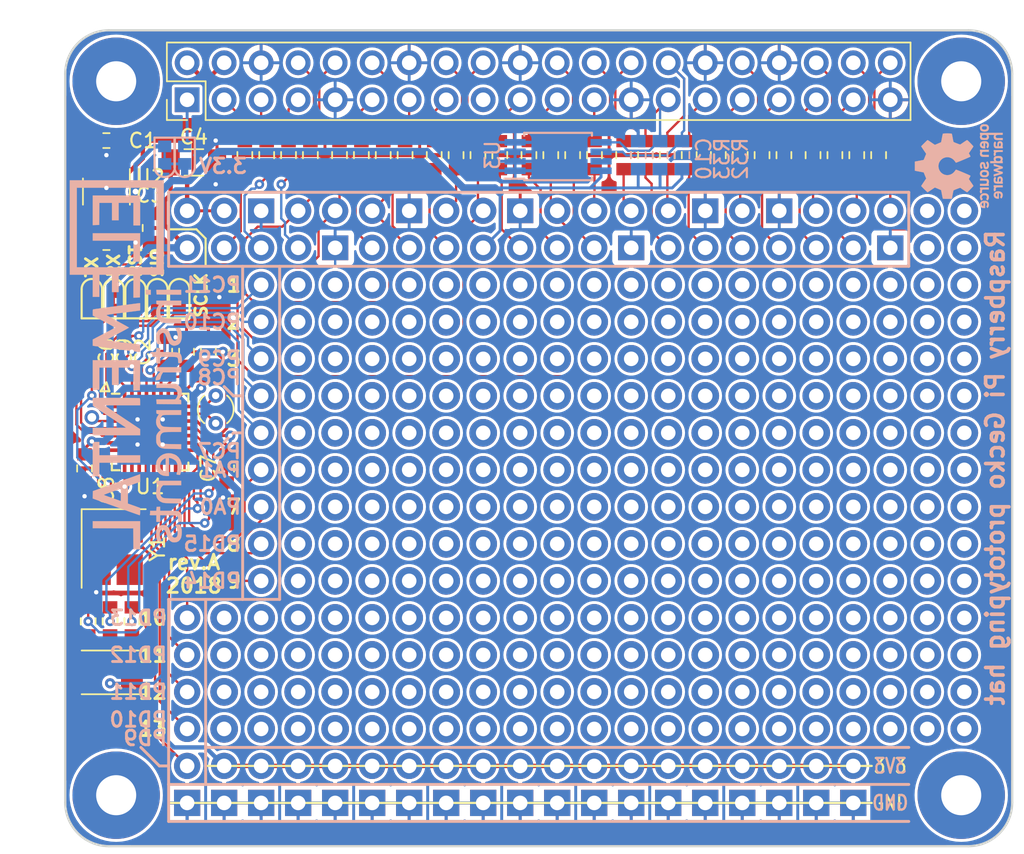
<source format=kicad_pcb>
(kicad_pcb (version 20221018) (generator pcbnew)
  (title_block (title "Raspberry Pi Gecko hat") (company "Jonas Norling"))
  (layers (0 "F.Cu" signal) (31 "B.Cu" signal) (34 "B.Paste" user) (35 "F.Paste" user) (36 "B.SilkS" user "B.Silkscreen") (37 "F.SilkS" user "F.Silkscreen") (38 "B.Mask" user) (39 "F.Mask" user) (44 "Edge.Cuts" user))
  (net 0 "")
  (net 1 "+5V")
  (net 2 "GND")
  (net 3 "/nRST")
  (net 4 "/SWD_IO")
  (net 5 "/SWD_CLK")
  (net 6 "Net-(D1-Pad3)")
  (net 7 "Net-(D1-Pad2)")
  (net 8 "VDD")
  (net 9 "Net-(C5-Pad1)")
  (net 10 "Net-(C9-Pad1)")
  (net 11 "/GPIO14")
  (net 12 "/GPIO15")
  (net 13 "/GPIO18")
  (net 14 "/GPIO24")
  (net 15 "/GPIO25")
  (net 16 "/GPIO8")
  (net 17 "/GPIO7")
  (net 18 "/LED_R")
  (net 19 "/LED_G")
  (net 20 "/LED_B")
  (net 21 "/RPI_TX")
  (net 22 "/RPI_RX")
  (net 23 "/GPIO2")
  (net 24 "/GPIO3")
  (net 25 "/GPIO4")
  (net 26 "/GPIO17")
  (net 27 "/GPIO27")
  (net 28 "/GPIO22")
  (net 29 "/GPIO23")
  (net 30 "/GPIO10")
  (net 31 "/GPIO9")
  (net 32 "/GPIO11")
  (net 33 "/ID_SD")
  (net 34 "/ID_SC")
  (net 35 "/GPIO5")
  (net 36 "/GPIO6")
  (net 37 "/GPIO12")
  (net 38 "/GPIO13")
  (net 39 "/GPIO19")
  (net 40 "/GPIO16")
  (net 41 "/GPIO26")
  (net 42 "/GPIO20")
  (net 43 "/GPIO21")
  (net 44 "/PGPIO2")
  (net 45 "/PGPIO3")
  (net 46 "/PGPIO4")
  (net 47 "/PGPIO14")
  (net 48 "/PGPIO15")
  (net 49 "/PGPIO17")
  (net 50 "/PGPIO18")
  (net 51 "/PGPIO27")
  (net 52 "/PGPIO22")
  (net 53 "/PGPIO23")
  (net 54 "/PGPIO24")
  (net 55 "/PGPIO10")
  (net 56 "/PGPIO9")
  (net 57 "/PGPIO25")
  (net 58 "/PGPIO11")
  (net 59 "/PGPIO8")
  (net 60 "/PGPIO7")
  (net 61 "/PID_SD")
  (net 62 "/PID_SC")
  (net 63 "/PGPIO5")
  (net 64 "/PGPIO6")
  (net 65 "/PGPIO12")
  (net 66 "/PGPIO13")
  (net 67 "/PGPIO19")
  (net 68 "/PGPIO16")
  (net 69 "/PGPIO26")
  (net 70 "/PGPIO20")
  (net 71 "/PGPIO21")
  (net 72 "/PROT1")
  (net 73 "/PROT2")
  (net 74 "/PROT3")
  (net 75 "/PROT4")
  (net 76 "/PROT5")
  (net 77 "/PROT6")
  (net 78 "/PROT7")
  (net 79 "Net-(U1-Pad7)")
  (net 80 "Net-(U1-Pad8)")
  (net 81 "Net-(U1-Pad23)")
  (net 82 "Net-(U1-Pad24)")
  (net 83 "/SWD_SWO")
  (net 84 "/PROT8")
  (net 85 "/PROT9")
  (net 86 "/PROT10")
  (net 87 "/PROT11")
  (net 88 "/PROT12")
  (net 89 "/PROT13")
  (net 90 "/PROT14")
  (net 91 "Net-(D1-Pad4)")
  (net 92 "/3V3_IN")
  (net 93 "/3V3_REG")
  (footprint "holes:hole_2.75" (layer "F.Cu") (at 124.67 74.93)
    (fp_text reference "REF**" hide)
    (fp_text value "hole_2.75" hide)
  )
  (footprint "holes:hole_2.75" (layer "F.Cu") (at 182.67 74.93)
    (fp_text reference "REF**" hide)
    (fp_text value "hole_2.75" hide)
  )
  (footprint "holes:hole_2.75" (layer "F.Cu") (at 124.67 123.93)
    (fp_text reference "REF**" hide)
    (fp_text value "hole_2.75" hide)
  )
  (footprint "holes:hole_2.75" (layer "F.Cu") (at 182.67 123.93)
    (fp_text reference "REF**" hide)
    (fp_text value "hole_2.75" hide)
  )
  (footprint "Pin_Headers:Pin_Header_Straight_2x20_Pitch2.54mm" (layer "F.Cu") (at 129.54 76.2 90)
    (fp_text reference "J1" hide)
    (fp_text value "CONN_02X20")
  )
  (footprint "Wire_Pads:SolderWirePad_single_1mmDrill" (layer "F.Cu") (at 123 98)
    (fp_text reference "J2" hide)
    (fp_text value "TEST_1P")
  )
  (footprint "Crystals:Crystal_SMD_SeikoEpson_FA238-4pin_3.2x2.5mm_HandSoldering" (layer "F.Cu") (at 124.5 107 -90)
    (fp_text reference "Y1")
    (fp_text value "TSX-3225 38.4000MF10Z-AS3")
  )
  (footprint "Crystals:Crystal_C26-LF_d2.1mm_l6.5mm_Vertical" (layer "F.Cu") (at 131.5 98.4 90)
    (fp_text reference "Y2" hide)
    (fp_text value "32kHz")
  )
  (footprint "qfn:QFN-32-handsolder" (layer "F.Cu") (at 127 99)
    (fp_text reference "U1")
    (fp_text value "EFM32JG1B100F128GM32")
  )
  (footprint "tie:tie_0603" (layer "F.Cu") (at 123 90 -90)
    (fp_text reference "JP1" hide)
    (fp_text value "tie" hide)
  )
  (footprint "tie:tie_0603" (layer "F.Cu") (at 124.5 90 -90)
    (fp_text reference "JP2" hide)
    (fp_text value "tie" hide)
  )
  (footprint "tie:tie_0603" (layer "F.Cu") (at 126 90 -90)
    (fp_text reference "JP3" hide)
    (fp_text value "tie" hide)
  )
  (footprint "tie:tie_0603" (layer "F.Cu") (at 127.5 90 -90)
    (fp_text reference "JP4" hide)
    (fp_text value "tie" hide)
  )
  (footprint "tie:tie_0603" (layer "F.Cu") (at 129 90 -90)
    (fp_text reference "JP5" hide)
    (fp_text value "tie" hide)
  )
  (footprint "protoarea:protoarea" (layer "F.Cu") (at 129.54 83.82)
    (fp_text reference "PA1" hide)
    (fp_text value "protoarea" hide)
  )
  (footprint "elemental:elemental-4mm-mask" (layer "F.Cu") (at 181.6 80.4)
    (fp_text reference "G***" hide)
    (fp_text value "LOGO" hide)
  )
  (footprint "TO_SOT_Packages_SMD:SOT-23-5_HandSoldering" (layer "F.Cu") (at 124 82.5 -90)
    (fp_text reference "U2")
    (fp_text value "AP2210K-3.3")
  )
  (footprint "c_local:C_0603_1608Metric_Pad0.84x1.00mm_HandSolder" (layer "F.Cu") (at 122.5 101.5 -90)
    (fp_text reference "C8")
    (fp_text value "10n")
  )
  (footprint "c_local:C_0603_1608Metric_Pad0.84x1.00mm_HandSolder" (layer "F.Cu") (at 132.25 101.5 -90)
    (fp_text reference "C7")
    (fp_text value "10n")
  )
  (footprint "c_local:C_0603_1608Metric_Pad0.84x1.00mm_HandSolder" (layer "F.Cu") (at 131 93.5 90)
    (fp_text reference "C2")
    (fp_text value "0.1u")
  )
  (footprint "c_local:C_0603_1608Metric_Pad0.84x1.00mm_HandSolder" (layer "F.Cu") (at 128 93.5 90)
    (fp_text reference "C6")
    (fp_text value "0.1u")
  )
  (footprint "c_local:C_0603_1608Metric_Pad0.84x1.00mm_HandSolder" (layer "F.Cu") (at 129.5 93.5 90)
    (fp_text reference "C9")
    (fp_text value "1u")
  )
  (footprint "c_local:C_0603_1608Metric_Pad0.84x1.00mm_HandSolder" (layer "F.Cu") (at 124 79 180)
    (fp_text reference "C1")
    (fp_text value "1u")
  )
  (footprint "led:LED_Avago_PLCC4_3.2x2.8mm_CW" (layer "F.Cu") (at 124.25 115.5 180)
    (fp_text reference "D1" hide)
    (fp_text value "ASMB-MTB0-0A3A2")
  )
  (footprint "c_local:C_0603_1608Metric_Pad0.84x1.00mm_HandSolder" (layer "F.Cu") (at 127 85 -90)
    (fp_text reference "C3")
    (fp_text value "2.2u")
  )
  (footprint "c_local:C_0603_1608Metric_Pad0.84x1.00mm_HandSolder" (layer "F.Cu") (at 124 86)
    (fp_text reference "C5" hide)
    (fp_text value "DNP")
  )
  (footprint "c_local:C_1206_3216Metric_Pad1.24x1.80mm_HandSolder" (layer "F.Cu") (at 130 80.5)
    (fp_text reference "C4")
    (fp_text value "10u")
  )
  (footprint "r_local:R_0603_1608Metric_Pad0.84x1.00mm_HandSolder" (layer "F.Cu") (at 133.5 80 -90)
    (fp_text reference "R4" hide)
    (fp_text value "R")
  )
  (footprint "r_local:R_0603_1608Metric_Pad0.84x1.00mm_HandSolder" (layer "F.Cu") (at 135 80 -90)
    (fp_text reference "R5" hide)
    (fp_text value "R")
  )
  (footprint "r_local:R_0603_1608Metric_Pad0.84x1.00mm_HandSolder" (layer "F.Cu") (at 136.5 80 -90)
    (fp_text reference "R6" hide)
    (fp_text value "R")
  )
  (footprint "r_local:R_0603_1608Metric_Pad0.84x1.00mm_HandSolder" (layer "F.Cu") (at 138 80 -90)
    (fp_text reference "R7" hide)
    (fp_text value "R")
  )
  (footprint "r_local:R_0603_1608Metric_Pad0.84x1.00mm_HandSolder" (layer "F.Cu") (at 140 80 -90)
    (fp_text reference "R8" hide)
    (fp_text value "R")
  )
  (footprint "r_local:R_0603_1608Metric_Pad0.84x1.00mm_HandSolder" (layer "F.Cu") (at 141.5 80 -90)
    (fp_text reference "R9" hide)
    (fp_text value "R")
  )
  (footprint "r_local:R_0603_1608Metric_Pad0.84x1.00mm_HandSolder" (layer "F.Cu") (at 143 80 -90)
    (fp_text reference "R10" hide)
    (fp_text value "R")
  )
  (footprint "r_local:R_0603_1608Metric_Pad0.84x1.00mm_HandSolder" (layer "F.Cu") (at 144.5 80 -90)
    (fp_text reference "R11" hide)
    (fp_text value "R")
  )
  (footprint "r_local:R_0603_1608Metric_Pad0.84x1.00mm_HandSolder" (layer "F.Cu") (at 146.5 80 -90)
    (fp_text reference "R12" hide)
    (fp_text value "R")
  )
  (footprint "r_local:R_0603_1608Metric_Pad0.84x1.00mm_HandSolder" (layer "F.Cu") (at 148 80 -90)
    (fp_text reference "R13" hide)
    (fp_text value "R")
  )
  (footprint "r_local:R_0603_1608Metric_Pad0.84x1.00mm_HandSolder" (layer "F.Cu") (at 149.5 80 -90)
    (fp_text reference "R14" hide)
    (fp_text value "R")
  )
  (footprint "r_local:R_0603_1608Metric_Pad0.84x1.00mm_HandSolder" (layer "F.Cu") (at 151 80 -90)
    (fp_text reference "R15" hide)
    (fp_text value "R")
  )
  (footprint "r_local:R_0603_1608Metric_Pad0.84x1.00mm_HandSolder" (layer "F.Cu") (at 153 80 -90)
    (fp_text reference "R16" hide)
    (fp_text value "R")
  )
  (footprint "r_local:R_0603_1608Metric_Pad0.84x1.00mm_HandSolder" (layer "F.Cu") (at 154.5 80 -90)
    (fp_text reference "R17" hide)
    (fp_text value "R")
  )
  (footprint "r_local:R_0603_1608Metric_Pad0.84x1.00mm_HandSolder" (layer "F.Cu") (at 156 80 -90)
    (fp_text reference "R18" hide)
    (fp_text value "R")
  )
  (footprint "r_local:R_0603_1608Metric_Pad0.84x1.00mm_HandSolder" (layer "F.Cu") (at 157.5 80 -90)
    (fp_text reference "R19" hide)
    (fp_text value "R")
  )
  (footprint "r_local:R_0603_1608Metric_Pad0.84x1.00mm_HandSolder" (layer "F.Cu") (at 159.5 80 -90)
    (fp_text reference "R20" hide)
    (fp_text value "R")
  )
  (footprint "r_local:R_0603_1608Metric_Pad0.84x1.00mm_HandSolder" (layer "F.Cu") (at 161 80 -90)
    (fp_text reference "R21" hide)
    (fp_text value "R")
  )
  (footprint "r_local:R_0603_1608Metric_Pad0.84x1.00mm_HandSolder" (layer "F.Cu") (at 162.5 80 -90)
    (fp_text reference "R22" hide)
    (fp_text value "R")
  )
  (footprint "r_local:R_0603_1608Metric_Pad0.84x1.00mm_HandSolder" (layer "F.Cu") (at 164 80 -90)
    (fp_text reference "R23" hide)
    (fp_text value "R")
  )
  (footprint "r_local:R_0603_1608Metric_Pad0.84x1.00mm_HandSolder" (layer "F.Cu") (at 166 80 -90)
    (fp_text reference "R24" hide)
    (fp_text value "R")
  )
  (footprint "r_local:R_0603_1608Metric_Pad0.84x1.00mm_HandSolder" (layer "F.Cu") (at 167.5 80 -90)
    (fp_text reference "R25" hide)
    (fp_text value "R")
  )
  (footprint "r_local:R_0603_1608Metric_Pad0.84x1.00mm_HandSolder" (layer "F.Cu") (at 169 80 -90)
    (fp_text reference "R26" hide)
    (fp_text value "R")
  )
  (footprint "r_local:R_0603_1608Metric_Pad0.84x1.00mm_HandSolder" (layer "F.Cu") (at 170.5 80 -90)
    (fp_text reference "R27" hide)
    (fp_text value "R")
  )
  (footprint "r_local:R_0603_1608Metric_Pad0.84x1.00mm_HandSolder" (layer "F.Cu") (at 172.5 80 -90)
    (fp_text reference "R28" hide)
    (fp_text value "R")
  )
  (footprint "r_local:R_0603_1608Metric_Pad0.84x1.00mm_HandSolder" (layer "F.Cu") (at 174 80 -90)
    (fp_text reference "R29" hide)
    (fp_text value "R")
  )
  (footprint "r_local:R_0603_1608Metric_Pad0.84x1.00mm_HandSolder" (layer "F.Cu") (at 175.5 80 -90)
    (fp_text reference "R30" hide)
    (fp_text value "R")
  )
  (footprint "r_local:R_0603_1608Metric_Pad0.84x1.00mm_HandSolder" (layer "F.Cu") (at 177 80 -90)
    (fp_text reference "R31" hide)
    (fp_text value "R")
  )
  (footprint "r_local:R_0603_1608Metric_Pad0.84x1.00mm_HandSolder" (layer "F.Cu") (at 124.25 112 90)
    (fp_text reference "R1" hide)
    (fp_text value "res")
  )
  (footprint "r_local:R_0603_1608Metric_Pad0.84x1.00mm_HandSolder" (layer "F.Cu") (at 122.75 112 90)
    (fp_text reference "R2" hide)
    (fp_text value "res")
  )
  (footprint "r_local:R_0603_1608Metric_Pad0.84x1.00mm_HandSolder" (layer "F.Cu") (at 125.75 112 90)
    (fp_text reference "R3" hide)
    (fp_text value "res")
  )
  (footprint "tie:tie_0603" (layer "B.Cu") (at 128 80 90)
    (fp_text reference "JP6" hide)
    (fp_text value "tie" hide)
  )
  (footprint "tie:tie_0603_open" (layer "B.Cu") (at 129.36906 80 90)
    (fp_text reference "JP7" hide)
    (fp_text value "Jumper_NO_Small" hide)
  )
  (footprint "elemental:elemental-25.4mm" (layer "B.Cu") (at 125.5 94.25 -90)
    (fp_text reference "G***" hide)
    (fp_text value "LOGO" hide)
  )
  (footprint "Symbols:OSHW-Logo_5.7x6mm_SilkScreen" (layer "B.Cu") (at 182.5 80.75 -90)
    (fp_text reference "REF***" hide)
    (fp_text value "OSHW-Logo_5.7x6mm_SilkScreen" hide)
  )
  (footprint "c_local:C_0603_1608Metric_Pad0.84x1.00mm_HandSolder" (layer "B.Cu") (at 160.5 80 90)
    (fp_text reference "C10")
    (fp_text value "0.1u")
  )
  (footprint "Housings_SSOP:TSSOP-8_4.4x3mm_Pitch0.65mm" (layer "B.Cu") (at 155 80.095)
    (fp_text reference "U3")
    (fp_text value "CAT24C32Y")
  )
  (footprint "r_local:R_0603_1608Metric_Pad0.84x1.00mm_HandSolder" (layer "B.Cu") (at 163.5 80 -90)
    (fp_text reference "R32")
    (fp_text value "3k9")
  )
  (footprint "r_local:R_0603_1608Metric_Pad0.84x1.00mm_HandSolder" (layer "B.Cu") (at 162 80 -90)
    (fp_text reference "R33")
    (fp_text value "3k9")
  )
  (gr_line (start 128.27 121.92) (end 127.635 121.92) (stroke (width 0.2)) (layer "B.SilkS"))
  (gr_line (start 132.715 96.52) (end 132.08 95.885) (stroke (width 0.2)) (layer "B.SilkS"))
  (gr_line (start 133.35 99.06) (end 132.715 99.06) (stroke (width 0.2)) (layer "B.SilkS"))
  (gr_line (start 127.635 121.92) (end 126.365 120.65) (stroke (width 0.2)) (layer "B.SilkS"))
  (gr_line (start 132.715 99.06) (end 132.08 99.695) (stroke (width 0.2)) (layer "B.SilkS"))
  (gr_line (start 133.35 96.52) (end 132.715 96.52) (stroke (width 0.2)) (layer "B.SilkS"))
  (gr_line (start 124.2 96.2) (end 124 95.6) (stroke (width 0.15)) (layer "F.SilkS"))
  (gr_line (start 124.2 96.2) (end 123.6 96.2) (stroke (width 0.15)) (layer "F.SilkS"))
  (gr_line (start 123.6 96.2) (end 124 95.6) (stroke (width 0.15)) (layer "F.SilkS"))
  (gr_arc (start 121.17 74.43) (mid 122.046829 72.310532) (end 124.164764 71.430005) (stroke (width 0.15)) (layer "Edge.Cuts"))
  (gr_line (start 186.17 74.43) (end 186.17 124.43) (stroke (width 0.15)) (layer "Edge.Cuts"))
  (gr_arc (start 124.17 127.43) (mid 122.04868 126.55132) (end 121.17 124.43) (stroke (width 0.15)) (layer "Edge.Cuts"))
  (gr_line (start 183.17 127.43) (end 124.17 127.43) (stroke (width 0.15)) (layer "Edge.Cuts"))
  (gr_arc (start 183.17 71.43) (mid 185.29132 72.30868) (end 186.17 74.43) (stroke (width 0.15)) (layer "Edge.Cuts"))
  (gr_arc (start 186.17 124.43) (mid 185.29132 126.55132) (end 183.17 127.43) (stroke (width 0.15)) (layer "Edge.Cuts"))
  (gr_line (start 124.17 71.43) (end 183.17 71.43) (stroke (width 0.15)) (layer "Edge.Cuts"))
  (gr_line (start 121.17 124.43) (end 121.17 74.43) (stroke (width 0.15)) (layer "Edge.Cuts"))
  (gr_text "PC10" (at 133.35 91.44) (layer "B.SilkS") (effects (font (size 1 1) (thickness 0.2)) (justify left mirror)))
  (gr_text "PC9" (at 133.35 93.98) (layer "B.SilkS") (effects (font (size 1 1) (thickness 0.2)) (justify left mirror)))
  (gr_text "PC8" (at 133.35 95.25) (layer "B.SilkS") (effects (font (size 1 1) (thickness 0.2)) (justify left mirror)))
  (gr_text "PC7" (at 133.35 100.33) (layer "B.SilkS") (effects (font (size 1 1) (thickness 0.2)) (justify left mirror)))
  (gr_text "PA1" (at 133.35 101.6) (layer "B.SilkS") (effects (font (size 1 1) (thickness 0.2)) (justify left mirror)))
  (gr_text "PA0" (at 133.35 104.14) (layer "B.SilkS") (effects (font (size 1 1) (thickness 0.2)) (justify left mirror)))
  (gr_text "PD15" (at 133.35 106.68) (layer "B.SilkS") (effects (font (size 1 1) (thickness 0.2)) (justify left mirror)))
  (gr_text "PD14" (at 133.35 109.22) (layer "B.SilkS") (effects (font (size 1 1) (thickness 0.2)) (justify left mirror)))
  (gr_text "PD13" (at 128.27 111.76) (layer "B.SilkS") (effects (font (size 1 1) (thickness 0.2)) (justify left mirror)))
  (gr_text "PD12" (at 128.27 114.3) (layer "B.SilkS") (effects (font (size 1 1) (thickness 0.2)) (justify left mirror)))
  (gr_text "PD11" (at 128.27 116.84) (layer "B.SilkS") (effects (font (size 1 1) (thickness 0.2)) (justify left mirror)))
  (gr_text "PD10" (at 128.27 118.745) (layer "B.SilkS") (effects (font (size 1 1) (thickness 0.2)) (justify left mirror)))
  (gr_text "PD9" (at 128.27 120.015) (layer "B.SilkS") (effects (font (size 1 1) (thickness 0.2)) (justify left mirror)))
  (gr_text "Raspberry Pi Gecko prototyping hat" (at 185 85 90) (layer "B.SilkS") (effects (font (size 1.2 1.2) (thickness 0.25)) (justify left mirror)))
  (gr_text "3.3V" (at 132 80.75) (layer "B.SilkS") (effects (font (size 1 1) (thickness 0.2)) (justify mirror)))
  (gr_text "PC11" (at 133.35 88.9) (layer "B.SilkS") (effects (font (size 1 1) (thickness 0.2)) (justify left mirror)))
  (gr_text "2" (at 133.35 91.44) (layer "F.SilkS") (effects (font (size 1 1) (thickness 0.2)) (justify right)))
  (gr_text "3" (at 133.35 93.98) (layer "F.SilkS") (effects (font (size 1 1) (thickness 0.2)) (justify right)))
  (gr_text "7" (at 133.35 104.14) (layer "F.SilkS") (effects (font (size 1 1) (thickness 0.2)) (justify right)))
  (gr_text "8" (at 133.35 106.68) (layer "F.SilkS") (effects (font (size 1 1) (thickness 0.2)) (justify right)))
  (gr_text "9" (at 133.35 109.22) (layer "F.SilkS") (effects (font (size 1 1) (thickness 0.2)) (justify right)))
  (gr_text "10" (at 128.27 111.76) (layer "F.SilkS") (effects (font (size 1 1) (thickness 0.2)) (justify right)))
  (gr_text "RX" (at 124.5 88.5 90) (layer "F.SilkS") (effects (font (size 0.8 0.8) (thickness 0.2)) (justify left)))
  (gr_text "RST" (at 126 88.5 90) (layer "F.SilkS") (effects (font (size 0.8 0.8) (thickness 0.2)) (justify left)))
  (gr_text "SIO" (at 127.5 88.5 90) (layer "F.SilkS") (effects (font (size 0.8 0.8) (thickness 0.2)) (justify left)))
  (gr_text "SCLK" (at 130.5 91.25 90) (layer "F.SilkS") (effects (font (size 0.8 0.8) (thickness 0.2)) (justify left)))
  (gr_text "12" (at 128.27 116.84) (layer "F.SilkS") (effects (font (size 1 1) (thickness 0.2)) (justify right)))
  (gr_text "13" (at 128.27 119.38) (layer "F.SilkS") (effects (font (size 1 1) (thickness 0.2)) (justify right)))
  (gr_text "11" (at 128.27 114.3) (layer "F.SilkS") (effects (font (size 1 1) (thickness 0.2)) (justify right)))
  (gr_text "TX" (at 123 88.5 90) (layer "F.SilkS") (effects (font (size 0.8 0.8) (thickness 0.2)) (justify left)))
  (gr_text "rev.A\n2018" (at 130 108.75) (layer "F.SilkS") (effects (font (size 1 1) (thickness 0.2))))
  (gr_text "1" (at 133.35 88.9) (layer "F.SilkS") (effects (font (size 1 1) (thickness 0.2)) (justify right)))
  (segment (start 129.54 73.66) (end 130.700001 74.820001) (width 0.3) (layer "F.Cu") (net 1))
  (segment (start 129.31 84.05) (end 129.54 83.82) (width 0.2) (layer "F.Cu") (net 1))
  (segment (start 124.95 79.0125) (end 124.9625 79) (width 0.3) (layer "F.Cu") (net 1))
  (segment (start 130.812792 83.82) (end 132.08 83.82) (width 0.2) (layer "F.Cu") (net 1))
  (segment (start 126.5 79.5) (end 126.5 80.225) (width 0.3) (layer "F.Cu") (net 1))
  (segment (start 124.262998 83) (end 124.95 82.312998) (width 0.16) (layer "F.Cu") (net 1))
  (segment (start 129.54 83.82) (end 130.812792 83.82) (width 0.2) (layer "F.Cu") (net 1))
  (segment (start 123.75 83) (end 124.262998 83) (width 0.16) (layer "F.Cu") (net 1))
  (segment (start 130 81.5) (end 130 79) (width 0.3) (layer "F.Cu") (net 1))
  (segment (start 130.81 78.19) (end 130 79) (width 0.3) (layer "F.Cu") (net 1))
  (segment (start 130 81.5) (end 129.54 81.96) (width 0.3) (layer "F.Cu") (net 1))
  (segment (start 124.95 82.09) (end 124.95 81.15) (width 0.16) (layer "F.Cu") (net 1))
  (segment (start 129.54 81.96) (end 129.54 83.82) (width 0.3) (layer "F.Cu") (net 1))
  (segment (start 127 79) (end 126.5 79.5) (width 0.3) (layer "F.Cu") (net 1))
  (segment (start 129.54 73.66) (end 130.81 74.93) (width 0.3) (layer "F.Cu") (net 1))
  (segment (start 125.575 81.15) (end 124.95 81.15) (width 0.3) (layer "F.Cu") (net 1))
  (segment (start 123.05 82.3) (end 123.75 83) (width 0.16) (layer "F.Cu") (net 1))
  (segment (start 124.95 82.312998) (end 124.95 82.09) (width 0.16) (layer "F.Cu") (net 1))
  (segment (start 124.95 81.15) (end 124.95 79.0125) (width 0.3) (layer "F.Cu") (net 1))
  (segment (start 126.5 80.225) (end 125.575 81.15) (width 0.3) (layer "F.Cu") (net 1))
  (segment (start 130 79) (end 127 79) (width 0.3) (layer "F.Cu") (net 1))
  (segment (start 132.08 73.66) (end 130.81 74.93) (width 0.3) (layer "F.Cu") (net 1))
  (segment (start 130.81 74.93) (end 130.81 78.19) (width 0.3) (layer "F.Cu") (net 1))
  (segment (start 123.05 81.15) (end 123.05 82.3) (width 0.16) (layer "F.Cu") (net 1))
  (segment (start 129.36906 83.64906) (end 129.54 83.82) (width 0.2) (layer "B.Cu") (net 1))
  (segment (start 128 92.55) (end 128.7 92.55) (width 0.2) (layer "F.Cu") (net 2))
  (segment (start 121.75 103.665016) (end 121.75 109.75) (width 0.2) (layer "F.Cu") (net 2))
  (segment (start 123.66 79) (end 124 79.34) (width 0.2) (layer "F.Cu") (net 2))
  (segment (start 132.25 103.25) (end 132 103.5) (width 0.2) (layer "F.Cu") (net 2))
  (segment (start 127.8625 98.1375) (end 126.1375 98.1375) (width 0.2) (layer "F.Cu") (net 2))
  (segment (start 131.5925 80.5) (end 131.5925 81.9075) (width 0.2) (layer "F.Cu") (net 2))
  (segment (start 123.4 108.6) (end 123.4 108.45) (width 0.2) (layer "F.Cu") (net 2))
  (segment (start 131 92.55) (end 131 90.5) (width 0.2) (layer "F.Cu") (net 2))
  (segment (start 128.7 92.55) (end 128.75 92.5) (width 0.2) (layer "F.Cu") (net 2))
  (segment (start 126.5 110) (end 123.3 110) (width 0.2) (layer "F.Cu") (net 2))
  (segment (start 124 79.34) (end 124 80) (width 0.2) (layer "F.Cu") (net 2))
  (segment (start 122.005026 103.40999) (end 121.75 103.665016) (width 0.2) (layer "F.Cu") (net 2))
  (segment (start 122.5 103.40999) (end 122.5 102.4625) (width 0.2) (layer "F.Cu") (net 2))
  (segment (start 127 107.431998) (end 127 109.5) (width 0.2) (layer "F.Cu") (net 2))
  (segment (start 177.8 86.36) (end 177.8 85.09) (width 0.16) (layer "F.Cu") (net 2))
  (segment (start 121.75 109.75) (end 122 110) (width 0.2) (layer "F.Cu") (net 2))
  (segment (start 126.1375 99.8625) (end 127.8625 99.8625) (width 0.2) (layer "F.Cu") (net 2))
  (segment (start 131.5 80.0925) (end 131.5925 80) (width 0.2) (layer "F.Cu") (net 2))
  (segment (start 122 110) (end 123.3 110) (width 0.2) (layer "F.Cu") (net 2))
  (segment (start 123.0375 79) (end 123.66 79) (width 0.2) (layer "F.Cu") (net 2))
  (segment (start 131.5925 79.0925) (end 131.5 79) (width 0.2) (layer "F.Cu") (net 2))
  (segment (start 124 81.15) (end 124 80) (width 0.2) (layer "F.Cu") (net 2))
  (segment (start 132.25 102.4625) (end 132.25 103.25) (width 0.2) (layer "F.Cu") (net 2))
  (segment (start 177.8 85.09) (end 179.07 85.09) (width 0.16) (layer "F.Cu") (net 2))
  (segment (start 124.95 86) (end 126 86) (width 0.2) (layer "F.Cu") (net 2))
  (segment (start 131 90.5) (end 131.75 89.75) (width 0.2) (layer "F.Cu") (net 2))
  (segment (start 123.3 110) (end 123.15 109.85) (width 0.2) (layer "F.Cu") (net 2))
  (segment (start 124 81.15) (end 124 82.5) (width 0.2) (layer "F.Cu") (net 2))
  (segment (start 126.5 106.931998) (end 125.731998 106.931998) (width 0.2) (layer "F.Cu") (net 2))
  (segment (start 131.5925 80.5) (end 131.5925 79.0925) (width 0.2) (layer "F.Cu") (net 2))
  (segment (start 179.07 85.09) (end 179.07 81.915) (width 0.16) (layer "F.Cu") (net 2))
  (segment (start 122.5 103.40999) (end 122.005026 103.40999) (width 0.2) (layer "F.Cu") (net 2))
  (segment (start 126.5 106.931998) (end 127 107.431998) (width 0.2) (layer "F.Cu") (net 2))
  (segment (start 144.5 83.54) (end 144.78 83.82) (width 0.16) (layer "F.Cu") (net 2))
  (segment (start 127 109.5) (end 126.5 110) (width 0.2) (layer "F.Cu") (net 2))
  (segment (start 164.97 83.82) (end 165.1 83.82) (width 0.16) (layer "F.Cu") (net 2))
  (segment (start 131.5925 81.9075) (end 131.5 82) (width 0.2) (layer "F.Cu") (net 2))
  (segment (start 125.6 106.8) (end 125.6 105.55) (width 0.2) (layer "F.Cu") (net 2))
  (segment (start 125.731998 106.931998) (end 125.6 106.8) (width 0.2) (layer "F.Cu") (net 2))
  (segment (start 123.4 109.85) (end 123.4 108.45) (width 0.2) (layer "F.Cu") (net 2))
  (via (at 127.8625 99.8625) (size 0.7) (drill 0.3) (layers "F.Cu" "B.Cu") (net 2))
  (via (at 126 86) (size 0.7) (drill 0.3) (layers "F.Cu" "B.Cu") (net 2))
  (via (at 131.75 89.75) (size 0.7) (drill 0.3) (layers "F.Cu" "B.Cu") (net 2))
  (via (at 124 80) (size 0.7) (drill 0.3) (layers "F.Cu" "B.Cu") (net 2))
  (via (at 131.5 79) (size 0.7) (drill 0.3) (layers "F.Cu" "B.Cu") (net 2))
  (via (at 124 82.25) (size 0.7) (drill 0.3) (layers "F.Cu" "B.Cu") (net 2))
  (via (at 126.1375 98.1375) (size 0.7) (drill 0.3) (layers "F.Cu" "B.Cu") (net 2))
  (via (at 122.5 103.40999) (size 0.7) (drill 0.3) (layers "F.Cu" "B.Cu") (net 2))
  (via (at 127.8625 98.1375) (size 0.7) (drill 0.3) (layers "F.Cu" "B.Cu") (net 2))
  (via (at 126.1375 99.8625) (size 0.7) (drill 0.3) (layers "F.Cu" "B.Cu") (net 2))
  (via (at 123.3 110) (size 0.7) (drill 0.3) (layers "F.Cu" "B.Cu") (net 2))
  (via (at 132 103.5) (size 0.7) (drill 0.3) (layers "F.Cu" "B.Cu") (net 2))
  (via (at 128.75 92.5) (size 0.7) (drill 0.3) (layers "F.Cu" "B.Cu") (net 2))
  (via (at 131.5 82) (size 0.7) (drill 0.3) (layers "F.Cu" "B.Cu") (net 2))
  (segment (start 153.87 79.12) (end 153.98 79.23) (width 0.2) (layer "B.Cu") (net 2))
  (segment (start 152.05 79.12) (end 152.975 79.12) (width 0.2) (layer "B.Cu") (net 2))
  (segment (start 160.5 79.0375) (end 160.5 78.415) (width 0.2) (layer "B.Cu") (net 2))
  (segment (start 168.91 125.73) (end 171.45 125.73) (width 0.2) (layer "B.Cu") (net 2))
  (segment (start 151.13 125.73) (end 156.21 125.73) (width 0.2) (layer "B.Cu") (net 2))
  (segment (start 139.7 85.09) (end 144.78 85.09) (width 0.16) (layer "B.Cu") (net 2))
  (segment (start 151.75 85.09) (end 151.75 85.13) (width 0.16) (layer "B.Cu") (net 2))
  (segment (start 153.98 81.02) (end 153.98 80.5) (width 0.2) (layer "B.Cu") (net 2))
  (segment (start 151.75 85.09) (end 152.4 85.09) (width 0.16) (layer "B.Cu") (net 2))
  (segment (start 152.05 79.77) (end 153.98 79.77) (width 0.2) (layer "B.Cu") (net 2))
  (segment (start 139.7 86.36) (end 139.7 85.09) (width 0.16) (layer "B.Cu") (net 2))
  (segment (start 153.93 81.07) (end 153.98 81.02) (width 0.2) (layer "B.Cu") (net 2))
  (segment (start 135.89 125.73) (end 140.97 125.73) (width 0.2) (layer "B.Cu") (net 2))
  (segment (start 130.81 125.73) (end 129.54 125.73) (width 0.2) (layer "B.Cu") (net 2))
  (segment (start 165.1 83.82) (end 165.1 85.09) (width 0.16) (layer "B.Cu") (net 2))
  (segment (start 170.18 83.82) (end 170.18 85.09) (width 0.16) (layer "B.Cu") (net 2))
  (segment (start 135.89 85.09) (end 135.89 87.63) (width 0.16) (layer "B.Cu") (net 2))
  (segment (start 135.89 125.73) (end 135.89 123.19) (width 0.2) (layer "B.Cu") (net 2))
  (segment (start 153.98 79.23) (end 153.98 79.77) (width 0.2) (layer "B.Cu") (net 2))
  (segment (start 134.62 83.82) (end 134.62 85.09) (width 0.16) (layer "B.Cu") (net 2))
  (segment (start 140.97 125.73) (end 146.05 125.73) (width 0.2) (layer "B.Cu") (net 2))
  (segment (start 152.05 81.07) (end 153.93 81.07) (width 0.2) (layer "B.Cu") (net 2))
  (segment (start 144.78 83.82) (end 144.78 85.09) (width 0.16) (layer "B.Cu") (net 2))
  (segment (start 160.5 78.415) (end 160.085 78) (width 0.2) (layer "B.Cu") (net 2))
  (segment (start 144.78 85.09) (end 148.59 85.09) (width 0.16) (layer "B.Cu") (net 2))
  (segment (start 153.98 79.02) (end 155 78) (width 0.2) (layer "B.Cu") (net 2))
  (segment (start 176.53 125.73) (end 176.53 123.19) (width 0.2) (layer "B.Cu") (net 2))
  (segment (start 171.45 125.73) (end 171.45 123.19) (width 0.2) (layer "B.Cu") (net 2))
  (segment (start 170.18 85.09) (end 177.8 85.09) (width 0.16) (layer "B.Cu") (net 2))
  (segment (start 129.54 125.73) (end 129.54 124.46) (width 0.2) (layer "B.Cu") (net 2))
  (segment (start 160.02 85.09) (end 165.1 85.09) (width 0.16) (layer "B.Cu") (net 2))
  (segment (start 160.02 76.2) (end 160.02 78) (width 0.2) (layer "B.Cu") (net 2))
  (segment (start 148.59 85.09) (end 148.59 87.63) (width 0.16) (layer "B.Cu") (net 2))
  (segment (start 151.13 87.63) (end 151.13 85.75) (width 0.16) (layer "B.Cu") (net 2))
  (segment (start 161.29 125.73) (end 166.37 125.73) (width 0.2) (layer "B.Cu") (net 2))
  (segment (start 161.29 125.73) (end 161.29 123.19) (width 0.2) (layer "B.Cu") (net 2))
  (segment (start 130.81 123.19) (end 130.81 125.73) (width 0.2) (layer "B.Cu") (net 2))
  (segment (start 153.9 80.42) (end 153.98 80.5) (width 0.2) (layer "B.Cu") (net 2))
  (segment (start 166.37 125.73) (end 166.37 123.19) (width 0.2) (layer "B.Cu") (net 2))
  (segment (start 140.97 125.73) (end 140.97 123.19) (width 0.2) (layer "B.Cu") (net 2))
  (segment (start 146.05 125.73) (end 146.05 123.19) (width 0.2) (layer "B.Cu") (net 2))
  (segment (start 146.05 125.73) (end 151.13 125.73) (width 0.2) (layer "B.Cu") (net 2))
  (segment (start 153.98 79.77) (end 154 79.79) (width 0.2) (layer "B.Cu") (net 2))
  (segment (start 171.45 125.73) (end 173.99 125.73) (width 0.2) (layer "B.Cu") (net 2))
  (segment (start 151.75 85.13) (end 151.13 85.75) (width 0.16) (layer "B.Cu") (net 2))
  (segment (start 166.37 125.73) (end 168.91 125.73) (width 0.2) (layer "B.Cu") (net 2))
  (segment (start 151.13 125.73) (end 151.13 123.19) (width 0.2) (layer "B.Cu") (net 2))
  (segment (start 153.98 79.23) (end 153.98 79.02) (width 0.2) (layer "B.Cu") (net 2))
  (segment (start 134.62 85.09) (end 135.89 85.09) (width 0.16) (layer "B.Cu") (net 2))
  (segment (start 160.085 78) (end 160.02 78) (width 0.2) (layer "B.Cu") (net 2))
  (segment (start 173.99 125.73) (end 176.53 125.73) (width 0.2) (layer "B.Cu") (net 2))
  (segment (start 156.21 125.73) (end 156.21 123.19) (width 0.2) (layer "B.Cu") (net 2))
  (segment (start 177.8 86.36) (end 177.8 85.09) (width 0.16) (layer "B.Cu") (net 2))
  (segment (start 152.4 83.82) (end 152.4 85.09) (width 0.16) (layer "B.Cu") (net 2))
  (segment (start 152.05 79.12) (end 153.87 79.12) (width 0.2) (layer "B.Cu") (net 2))
  (segment (start 152.05 80.42) (end 153.9 80.42) (width 0.2) (layer "B.Cu") (net 2))
  (segment (start 165.1 85.09) (end 170.18 85.09) (width 0.16) (layer "B.Cu") (net 2))
  (segment (start 148.59 87.63) (end 151.13 87.63) (width 0.16) (layer "B.Cu") (net 2))
  (segment (start 156.21 125.73) (end 161.29 125.73) (width 0.2) (layer "B.Cu") (net 2))
  (segment (start 152.4 85.09) (end 160.02 85.09) (width 0.16) (layer "B.Cu") (net 2))
  (segment (start 160.02 86.36) (end 160.02 85.09) (width 0.16) (layer "B.Cu") (net 2))
  (segment (start 155 78) (end 160.02 78) (width 0.2) (layer "B.Cu") (net 2))
  (segment (start 130.81 125.73) (end 133.35 125.73) (width 0.2) (layer "B.Cu") (net 2))
  (segment (start 139.7 87.63) (end 139.7 86.36) (width 0.16) (layer "B.Cu") (net 2))
  (segment (start 153.98 80.5) (end 153.98 79.77) (width 0.2) (layer "B.Cu") (net 2))
  (segment (start 135.89 87.63) (end 139.7 87.63) (width 0.16) (layer "B.Cu") (net 2))
  (segment (start 133.35 125.73) (end 135.89 125.73) (width 0.2) (layer "B.Cu") (net 2))
  (segment (start 126 90.75) (end 125.8 90.75) (width 0.16) (layer "F.Cu") (net 3))
  (segment (start 125.25 101.5) (end 125.25 102.75) (width 0.16) (layer "F.Cu") (net 3))
  (segment (start 125.8 90.75) (end 123 93.55) (width 0.16) (layer "F.Cu") (net 3))
  (segment (start 123 93.55) (end 123 96.5) (width 0.16) (layer "F.Cu") (net 3))
  (via (at 123 96.5) (size 0.65) (drill 0.3) (layers "F.Cu" "B.Cu") (net 3))
  (via (at 125.25 102.75) (size 0.65) (drill 0.3) (layers "F.Cu" "B.Cu") (net 3))
  (segment (start 122 100.75) (end 124 102.75) (width 0.16) (layer "B.Cu") (net 3))
  (segment (start 122 97.5) (end 122 100.75) (width 0.16) (layer "B.Cu") (net 3))
  (segment (start 123 96.5) (end 122 97.5) (width 0.16) (layer "B.Cu") (net 3))
  (segment (start 124 102.75) (end 125.25 102.75) (width 0.16) (layer "B.Cu") (net 3))
  (segment (start 124.5 97.75) (end 123.84 97.75) (width 0.16) (layer "F.Cu") (net 4))
  (segment (start 126.860012 91.389988) (end 127.5 90.75) (width 0.16) (layer "F.Cu") (net 4))
  (segment (start 124.6 97.75) (end 124.09 97.75) (width 0.16) (layer "F.Cu") (net 4))
  (segment (start 125.800447 91.389988) (end 126.860012 91.389988) (width 0.16) (layer "F.Cu") (net 4))
  (segment (start 123.565001 97.475001) (end 123.565001 93.625434) (width 0.16) (layer "F.Cu") (net 4))
  (segment (start 123.565001 93.625434) (end 125.800447 91.389988) (width 0.16) (layer "F.Cu") (net 4))
  (segment (start 123.84 97.75) (end 123.565001 97.475001) (width 0.16) (layer "F.Cu") (net 4))
  (segment (start 127.5 91.25) (end 127.040001 91.709999) (width 0.16) (layer "F.Cu") (net 5))
  (segment (start 128.8 90.75) (end 128.3 91.25) (width 0.16) (layer "F.Cu") (net 5))
  (segment (start 124 96.465) (end 124.5 96.965) (width 0.16) (layer "F.Cu") (net 5))
  (segment (start 124.5 96.965) (end 124.5 97.25) (width 0.16) (layer "F.Cu") (net 5))
  (segment (start 124 93.642998) (end 124 96.465) (width 0.16) (layer "F.Cu") (net 5))
  (segment (start 125.932999 91.709999) (end 124 93.642998) (width 0.16) (layer "F.Cu") (net 5))
  (segment (start 127.040001 91.709999) (end 125.932999 91.709999) (width 0.16) (layer "F.Cu") (net 5))
  (segment (start 128.3 91.25) (end 127.5 91.25) (width 0.16) (layer "F.Cu") (net 5))
  (segment (start 129 90.75) (end 128.8 90.75) (width 0.16) (layer "F.Cu") (net 5))
  (segment (start 122.75 112.9625) (end 122.75 114.75) (width 0.16) (layer "F.Cu") (net 6))
  (segment (start 122.95 116.25) (end 122.75 116.25) (width 0.16) (layer "F.Cu") (net 7))
  (segment (start 124.25 114.95) (end 122.95 116.25) (width 0.16) (layer "F.Cu") (net 7))
  (segment (start 124.25 112.9625) (end 124.25 114.95) (width 0.16) (layer "F.Cu") (net 7))
  (segment (start 128 94.225) (end 128 94.45) (width 0.2) (layer "F.Cu") (net 8))
  (segment (start 131.75 99.25) (end 132.5 99.25) (width 0.2) (layer "F.Cu") (net 8))
  (segment (start 132.25 99.915) (end 131.585 99.25) (width 0.2) (layer "F.Cu") (net 8))
  (segment (start 162.56 121.92) (end 165.1 121.92) (width 0.3) (layer "F.Cu") (net 8))
  (segment (start 132 94) (end 131.5 93.5) (width 0.2) (layer "F.Cu") (net 8))
  (segment (start 157.48 121.92) (end 160.02 121.92) (width 0.3) (layer "F.Cu") (net 8))
  (segment (start 131.2 99.25) (end 131.5 99.25) (width 0.2) (layer "F.Cu") (net 8))
  (segment (start 131.5 93.5) (end 128.725 93.5) (width 0.2) (layer "F.Cu") (net 8))
  (segment (start 137.16 121.92) (end 139.7 121.92) (width 0.3) (layer "F.Cu") (net 8))
  (segment (start 167.64 121.92) (end 170.18 121.92) (width 0.3) (layer "F.Cu") (net 8))
  (segment (start 172.72 121.92) (end 175.26 121.92) (width 0.3) (layer "F.Cu") (net 8))
  (segment (start 128 84.82) (end 129.54 86.36) (width 0.3) (layer "F.Cu") (net 8))
  (segment (start 132.260001 94.260001) (end 132 94) (width 0.2) (layer "F.Cu") (net 8))
  (segment (start 132.25 100.5375) (end 132.25 99.915) (width 0.2) (layer "F.Cu") (net 8))
  (segment (start 132 94) (end 132 93.5) (width 0.2) (layer "F.Cu") (net 8))
  (segment (start 128 83.115) (end 128 84.82) (width 0.3) (layer "F.Cu") (net 8))
  (segment (start 149.86 121.92) (end 152.4 121.92) (width 0.3) (layer "F.Cu") (net 8))
  (segment (start 131.75 99.25) (end 132.260001 98.739999) (width 0.2) (layer "F.Cu") (net 8))
  (segment (start 132.260001 98.739999) (end 132.260001 95.5) (width 0.2) (layer "F.Cu") (net 8))
  (segment (start 128.4075 82.7075) (end 128 83.115) (width 0.3) (layer "F.Cu") (net 8))
  (segment (start 165.1 121.92) (end 167.64 121.92) (width 0.3) (layer "F.Cu") (net 8))
  (segment (start 127.0775 84.0375) (end 127 84.0375) (width 0.3) (layer "F.Cu") (net 8))
  (segment (start 131.585 99.25) (end 131.5 99.25) (width 0.2) (layer "F.Cu") (net 8))
  (segment (start 128 95.25) (end 127.75 95.5) (width 0.2) (layer "F.Cu") (net 8))
  (segment (start 160.02 121.92) (end 162.56 121.92) (width 0.3) (layer "F.Cu") (net 8))
  (segment (start 127.75 95.8) (end 127.75 96.5) (width 0.2) (layer "F.Cu") (net 8))
  (segment (start 122.5 100.5375) (end 122.5 100.150032) (width 0.2) (layer "F.Cu") (net 8))
  (segment (start 132.08 121.92) (end 134.62 121.92) (width 0.3) (layer "F.Cu") (net 8))
  (segment (start 170.18 121.92) (end 172.72 121.92) (width 0.3) (layer "F.Cu") (net 8))
  (segment (start 147.32 121.92) (end 149.86 121.92) (width 0.3) (layer "F.Cu") (net 8))
  (segment (start 130.075 95.5) (end 131 94.575) (width 0.2) (layer "F.Cu") (net 8))
  (segment (start 132.260001 95.5) (end 132.260001 94.260001) (width 0.2) (layer "F.Cu") (net 8))
  (segment (start 128.75 96.5) (end 129.075 96.5) (width 0.2) (layer "F.Cu") (net 8))
  (segment (start 134.62 121.92) (end 137.16 121.92) (width 0.3) (layer "F.Cu") (net 8))
  (segment (start 139.7 121.92) (end 142.24 121.92) (width 0.3) (layer "F.Cu") (net 8))
  (segment (start 128.4075 80.5) (end 128.4075 82.7075) (width 0.3) (layer "F.Cu") (net 8))
  (segment (start 127.75 95.5) (end 127.75 95.8) (width 0.2) (layer "F.Cu") (net 8))
  (segment (start 129.5 98.25) (end 130.2 98.25) (width 0.2) (layer "F.Cu") (net 8))
  (segment (start 122.5 100.150032) (end 123 99.650032) (width 0.2) (layer "F.Cu") (net 8))
  (segment (start 152.4 121.92) (end 154.94 121.92) (width 0.3) (layer "F.Cu") (net 8))
  (segment (start 131 94.575) (end 131 94.45) (width 0.2) (layer "F.Cu") (net 8))
  (segment (start 129.4 98.25) (end 129.843002 98.25) (width 0.2) (layer "F.Cu") (net 8))
  (segment (start 128 83.115) (end 127.0775 84.0375) (width 0.3) (layer "F.Cu") (net 8))
  (segment (start 144.78 121.92) (end 147.32 121.92) (width 0.3) (layer "F.Cu") (net 8))
  (segment (start 128.725 93.5) (end 128 94.225) (width 0.2) (layer "F.Cu") (net 8))
  (segment (start 130.5 95.5) (end 132.260001 95.5) (width 0.2) (layer "F.Cu") (net 8))
  (segment (start 131.5 99.25) (end 131.75 99.25) (width 0.2) (layer "F.Cu") (net 8))
  (segment (start 128 94.45) (end 128 95.25) (width 0.2) (layer "F.Cu") (net 8))
  (segment (start 124.6 99.75) (end 123.5 99.75) (width 0.2) (layer "F.Cu") (net 8))
  (segment (start 125.75 116.25) (end 124.25 116.25) (width 0.2) (layer "F.Cu") (net 8))
  (segment (start 129.075 96.5) (end 130.075 95.5) (width 0.2) (layer "F.Cu") (net 8))
  (segment (start 130.5 95.5) (end 130.5 96) (width 0.2) (layer "F.Cu") (net 8))
  (segment (start 142.24 121.92) (end 144.78 121.92) (width 0.3) (layer "F.Cu") (net 8))
  (segment (start 123.5 99.75) (end 123.099968 99.75) (width 0.2) (layer "F.Cu") (net 8))
  (segment (start 154.94 121.92) (end 157.48 121.92) (width 0.3) (layer "F.Cu") (net 8))
  (segment (start 130.075 95.5) (end 130.5 95.5) (width 0.2) (layer "F.Cu") (net 8))
  (segment (start 130.2 98.25) (end 131.2 99.25) (width 0.2) (layer "F.Cu") (net 8))
  (segment (start 123.099968 99.75) (end 123 99.650032) (width 0.2) (layer "F.Cu") (net 8))
  (via (at 132.5 99.25) (size 0.7) (drill 0.3) (layers "F.Cu" "B.Cu") (net 8))
  (via (at 132 93.5) (size 0.7) (drill 0.3) (layers "F.Cu" "B.Cu") (net 8))
  (via (at 124.25 116.25) (size 0.7) (drill 0.3) (layers "F.Cu" "B.Cu") (net 8))
  (via (at 130.5 96) (size 0.7) (drill 0.3) (layers "F.Cu" "B.Cu") (net 8))
  (via (at 123 99.650032) (size 0.7) (drill 0.3) (layers "F.Cu" "B.Cu") (net 8))
  (segment (start 132.5 99.25) (end 132.5 99.744974) (width 0.2) (layer "B.Cu") (net 8))
  (segment (start 149.86 86.36) (end 151.020001 85.199999) (width 0.2) (layer "B.Cu") (net 8))
  (segment (start 124.25 97) (end 124.25 89) (width 0.5) (layer "B.Cu") (net 8))
  (segment (start 157.195 82.25) (end 150.668002 82.25) (width 0.2) (layer "B.Cu") (net 8))
  (segment (start 131.705 79.75) (end 129.705 81.75) (width 0.5) (layer "B.Cu") (net 8))
  (segment (start 129.36906 80.6) (end 128 80.6) (width 0.2) (layer "B.Cu") (net 8))
  (segment (start 128.5 81.75) (end 127.75 82.5) (width 0.5) (layer "B.Cu") (net 8))
  (segment (start 124.25 97) (end 125.25 96) (width 0.5) (layer "B.Cu") (net 8))
  (segment (start 131.25 100.994974) (end 131.25 101.25) (width 0.2) (layer "B.Cu") (net 8))
  (segment (start 130.76 108) (end 129.5 108) (width 0.5) (layer "B.Cu") (net 8))
  (segment (start 160.5 82.25) (end 162 82.25) (width 0.2) (layer "B.Cu") (net 8))
  (segment (start 127.75 86.36) (end 129.54 86.36) (width 0.5) (layer "B.Cu") (net 8))
  (segment (start 124.25 99.25) (end 123.849968 99.650032) (width 0.5) (layer "B.Cu") (net 8))
  (segment (start 129.349999 95.650001) (end 129.25 95.75) (width 0.2) (layer "B.Cu") (net 8))
  (segment (start 160.5 80.9625) (end 160.5 82.25) (width 0.2) (layer "B.Cu") (net 8))
  (segment (start 129.705 81.75) (end 129.5 81.75) (width 0.5) (layer "B.Cu") (net 8))
  (segment (start 129.36906 81.61906) (end 129.36906 80.6) (width 0.5) (layer "B.Cu") (net 8))
  (segment (start 129.5 81.75) (end 128.5 81.75) (width 0.5) (layer "B.Cu") (net 8))
  (segment (start 128 110.5) (end 128 115.5) (width 0.5) (layer "B.Cu") (net 8))
  (segment (start 128 116.5) (end 128 117.5) (width 0.5) (layer "B.Cu") (net 8))
  (segment (start 162 81.585) (end 162 82.25) (width 0.2) (layer "B.Cu") (net 8))
  (segment (start 125.25 96) (end 129.25 96) (width 0.5) (layer "B.Cu") (net 8))
  (segment (start 129.75 96.5) (end 130 96.5) (width 0.5) (layer "B.Cu") (net 8))
  (segment (start 163.085 82) (end 163.5 81.585) (width 0.2) (layer "B.Cu") (net 8))
  (segment (start 127.75 82.5) (end 127.75 86.36) (width 0.5) (layer "B.Cu") (net 8))
  (segment (start 148.5 82.25) (end 150.668002 82.25) (width 0.5) (layer "B.Cu") (net 8))
  (segment (start 123.849968 99.650032) (end 123 99.650032) (width 0.5) (layer "B.Cu") (net 8))
  (segment (start 151.020001 85.199999) (end 151.020001 82.601999) (width 0.2) (layer "B.Cu") (net 8))
  (segment (start 129.5 81.75) (end 129.36906 81.61906) (width 0.5) (layer "B.Cu") (net 8))
  (segment (start 163.5 81.585) (end 163.5 80.9625) (width 0.2) (layer "B.Cu") (net 8))
  (segment (start 128.635 120.65) (end 128 120.015) (width 0.3) (layer "B.Cu") (net 8))
  (segment (start 148.5 82.25) (end 146 79.75) (width 0.5) (layer "B.Cu") (net 8))
  (segment (start 133 105.76) (end 130.76 108) (width 0.5) (layer "B.Cu") (net 8))
  (segment (start 130 96.75) (end 129.75 96.5) (width 0.5) (layer "B.Cu") (net 8))
  (segment (start 129.25 95.75) (end 129.25 94.75) (width 0.5) (layer "B.Cu") (net 8))
  (segment (start 162 82.25) (end 162.835 82.25) (width 0.2) (layer "B.Cu") (net 8))
  (segment (start 146 79.75) (end 131.705 79.75) (width 0.5) (layer "B.Cu") (net 8))
  (segment (start 128 115.5) (end 128 116.5) (width 0.5) (layer "B.Cu") (net 8))
  (segment (start 127.25 116.25) (end 128 115.5) (width 0.2) (layer "B.Cu") (net 8))
  (segment (start 124.25 116.25) (end 127.25 116.25) (width 0.2) (layer "B.Cu") (net 8))
  (segment (start 150.668002 82.25) (end 151.020001 82.601999) (width 0.5) (layer "B.Cu") (net 8))
  (segment (start 157.195 82.25) (end 160.5 82.25) (width 0.2) (layer "B.Cu") (net 8))
  (segment (start 130.5 93.5) (end 132 93.5) (width 0.5) (layer "B.Cu") (net 8))
  (segment (start 130 100) (end 130 96.75) (width 0.5) (layer "B.Cu") (net 8))
  (segment (start 128 109.5) (end 128 110.5) (width 0.5) (layer "B.Cu") (net 8))
  (segment (start 132.08 121.92) (end 130.81 120.65) (width 0.3) (layer "B.Cu") (net 8))
  (segment (start 129.75 96.5) (end 129.25 96) (width 0.5) (layer "B.Cu") (net 8))
  (segment (start 157.95 81.07) (end 157.95 81.495) (width 0.2) (layer "B.Cu") (net 8))
  (segment (start 128 117.5) (end 128 120.015) (width 0.5) (layer "B.Cu") (net 8))
  (segment (start 133 103) (end 133 105.76) (width 0.5) (layer "B.Cu") (net 8))
  (segment (start 162.835 82.25) (end 163.085 82) (width 0.2) (layer "B.Cu") (net 8))
  (segment (start 130 96.5) (end 130.5 96) (width 0.5) (layer "B.Cu") (net 8))
  (segment (start 130.81 120.65) (end 128.635 120.65) (width 0.3) (layer "B.Cu") (net 8))
  (segment (start 157.95 81.495) (end 157.195 82.25) (width 0.2) (layer "B.Cu") (net 8))
  (segment (start 132.5 99.744974) (end 131.25 100.994974) (width 0.2) (layer "B.Cu") (net 8))
  (segment (start 124.25 89) (end 126.89 86.36) (width 0.5) (layer "B.Cu") (net 8))
  (segment (start 129.25 96) (end 129.25 95.75) (width 0.5) (layer "B.Cu") (net 8))
  (segment (start 126.89 86.36) (end 127.75 86.36) (width 0.5) (layer "B.Cu") (net 8))
  (segment (start 124.25 97) (end 124.25 99.25) (width 0.5) (layer "B.Cu") (net 8))
  (segment (start 129.5 108) (end 128 109.5) (width 0.5) (layer "B.Cu") (net 8))
  (segment (start 162 80.9625) (end 162 81.585) (width 0.2) (layer "B.Cu") (net 8))
  (segment (start 131.25 101.25) (end 130 100) (width 0.5) (layer "B.Cu") (net 8))
  (segment (start 131.25 101.25) (end 133 103) (width 0.5) (layer "B.Cu") (net 8))
  (segment (start 129.25 94.75) (end 130.5 93.5) (width 0.5) (layer "B.Cu") (net 8))
  (segment (start 123.05 83.85) (end 123.05 86) (width 0.16) (layer "F.Cu") (net 9))
  (segment (start 128.25 95.7) (end 128.74 95.21) (width 0.16) (layer "F.Cu") (net 10))
  (segment (start 128.74 95.21) (end 128.965 95.21) (width 0.16) (layer "F.Cu") (net 10))
  (segment (start 129.5 94.675) (end 129.5 94.45) (width 0.16) (layer "F.Cu") (net 10))
  (segment (start 128.965 95.21) (end 129.5 94.675) (width 0.16) (layer "F.Cu") (net 10))
  (segment (start 128.25 96.5) (end 128.25 95.7) (width 0.16) (layer "F.Cu") (net 10))
  (segment (start 138.250001 78.204999) (end 138.250001 74.750001) (width 0.16) (layer "F.Cu") (net 11))
  (segment (start 138 78.455) (end 138.250001 78.204999) (width 0.16) (layer "F.Cu") (net 11))
  (segment (start 138.250001 74.750001) (end 138.009999 74.509999) (width 0.16) (layer "F.Cu") (net 11))
  (segment (start 138 79.0375) (end 138 78.455) (width 0.16) (layer "F.Cu") (net 11))
  (segment (start 138.009999 74.509999) (end 137.16 73.66) (width 0.16) (layer "F.Cu") (net 11))
  (segment (start 140 79.0375) (end 140 78.455) (width 0.16) (layer "F.Cu") (net 12))
  (segment (start 140 78.455) (end 138.609999 77.064999) (width 0.16) (layer "F.Cu") (net 12))
  (segment (start 138.609999 74.750001) (end 138.850001 74.509999) (width 0.16) (layer "F.Cu") (net 12))
  (segment (start 138.609999 77.064999) (end 138.609999 74.750001) (width 0.16) (layer "F.Cu") (net 12))
  (segment (start 138.850001 74.509999) (end 139.7 73.66) (width 0.16) (layer "F.Cu") (net 12))
  (segment (start 143 79.0375) (end 143.0775 79.0375) (width 0.16) (layer "F.Cu") (net 13))
  (segment (start 143.0775 79.0375) (end 143.66 78.455) (width 0.16) (layer "F.Cu") (net 13))
  (segment (start 143.66 75.08) (end 143.089999 74.509999) (width 0.16) (layer "F.Cu") (net 13))
  (segment (start 143.66 78.455) (end 143.66 75.08) (width 0.16) (layer "F.Cu") (net 13))
  (segment (start 143.089999 74.509999) (end 142.24 73.66) (width 0.16) (layer "F.Cu") (net 13))
  (segment (start 148.769999 77.724999) (end 148.769999 74.750001) (width 0.16) (layer "F.Cu") (net 14))
  (segment (start 149.5 79.0375) (end 149.5 78.455) (width 0.16) (layer "F.Cu") (net 14))
  (segment (start 149.010001 74.509999) (end 149.86 73.66) (width 0.16) (layer "F.Cu") (net 14))
  (segment (start 148.769999 74.750001) (end 149.010001 74.509999) (width 0.16) (layer "F.Cu") (net 14))
  (segment (start 149.5 78.455) (end 148.769999 77.724999) (width 0.16) (layer "F.Cu") (net 14))
  (segment (start 154.5 79.0375) (end 154.5 78.455) (width 0.16) (layer "F.Cu") (net 15))
  (segment (start 156.030001 76.924999) (end 156.030001 74.750001) (width 0.16) (layer "F.Cu") (net 15))
  (segment (start 156.030001 74.750001) (end 155.789999 74.509999) (width 0.16) (layer "F.Cu") (net 15))
  (segment (start 154.5 78.455) (end 156.030001 76.924999) (width 0.16) (layer "F.Cu") (net 15))
  (segment (start 155.789999 74.509999) (end 154.94 73.66) (width 0.16) (layer "F.Cu") (net 15))
  (segment (start 157.5 79.0375) (end 157.5 78.455) (width 0.16) (layer "F.Cu") (net 16))
  (segment (start 158.329999 74.509999) (end 157.48 73.66) (width 0.16) (layer "F.Cu") (net 16))
  (segment (start 158.570001 77.384999) (end 158.570001 74.750001) (width 0.16) (layer "F.Cu") (net 16))
  (segment (start 157.5 78.455) (end 158.570001 77.384999) (width 0.16) (layer "F.Cu") (net 16))
  (segment (start 158.570001 74.750001) (end 158.329999 74.509999) (width 0.16) (layer "F.Cu") (net 16))
  (segment (start 159.5 79.0375) (end 159.5 78.455) (width 0.16) (layer "F.Cu") (net 17))
  (segment (start 159.170001 74.509999) (end 160.02 73.66) (width 0.16) (layer "F.Cu") (net 17))
  (segment (start 159.5 78.455) (end 158.929999 77.884999) (width 0.16) (layer "F.Cu") (net 17))
  (segment (start 158.929999 74.750001) (end 159.170001 74.509999) (width 0.16) (layer "F.Cu") (net 17))
  (segment (start 158.929999 77.884999) (end 158.929999 74.750001) (width 0.16) (layer "F.Cu") (net 17))
  (segment (start 130.002001 103.577737) (end 130.25 103.825736) (width 0.16) (layer "F.Cu") (net 18))
  (segment (start 130.16 99.75) (end 130.570011 100.160011) (width 0.16) (layer "F.Cu") (net 18))
  (segment (start 130.25 103.825736) (end 130.25 104.25) (width 0.16) (layer "F.Cu") (net 18))
  (segment (start 130.570011 100.160011) (end 130.570011 101.593211) (width 0.16) (layer "F.Cu") (net 18))
  (segment (start 125.75 112) (end 125.75 111.0375) (width 0.16) (layer "F.Cu") (net 18))
  (segment (start 130.002001 102.161221) (end 130.002001 103.577737) (width 0.16) (layer "F.Cu") (net 18))
  (segment (start 130.570011 101.593211) (end 130.002001 102.161221) (width 0.16) (layer "F.Cu") (net 18))
  (segment (start 129.5 99.75) (end 130.16 99.75) (width 0.16) (layer "F.Cu") (net 18))
  (via (at 130.25 104.25) (size 0.65) (drill 0.3) (layers "F.Cu" "B.Cu") (net 18))
  (via (at 125.75 112) (size 0.65) (drill 0.3) (layers "F.Cu" "B.Cu") (net 18))
  (segment (start 130.25 104.25) (end 129.5 104.25) (width 0.16) (layer "B.Cu") (net 18))
  (segment (start 125.5 108.25) (end 125.5 111) (width 0.16) (layer "B.Cu") (net 18))
  (segment (start 129.5 104.25) (end 125.5 108.25) (width 0.16) (layer "B.Cu") (net 18))
  (segment (start 125.5 111) (end 125.75 111.25) (width 0.16) (layer "B.Cu") (net 18))
  (segment (start 125.75 111.25) (end 125.75 112) (width 0.16) (layer "B.Cu") (net 18))
  (segment (start 130.905786 101.795012) (end 130.468072 102.232726) (width 0.16) (layer "F.Cu") (net 19))
  (segment (start 130.905786 99.995786) (end 130.905786 101.795012) (width 0.16) (layer "F.Cu") (net 19))
  (segment (start 130.468072 102.232726) (end 130.468072 103.49138) (width 0.16) (layer "F.Cu") (net 19))
  (segment (start 131.049995 104.073303) (end 131.049995 104.950001) (width 0.16) (layer "F.Cu") (net 19))
  (segment (start 129.4 99.25) (end 129.910539 99.25) (width 0.16) (layer "F.Cu") (net 19))
  (segment (start 129.5 99.25) (end 130.16 99.25) (width 0.16) (layer "F.Cu") (net 19))
  (segment (start 131.049995 104.950001) (end 130.749996 105.25) (width 0.16) (layer "F.Cu") (net 19))
  (segment (start 130.468072 103.49138) (end 131.049995 104.073303) (width 0.16) (layer "F.Cu") (net 19))
  (segment (start 130.16 99.25) (end 130.905786 99.995786) (width 0.16) (layer "F.Cu") (net 19))
  (segment (start 122.75 112) (end 122.75 111.0375) (width 0.16) (layer "F.Cu") (net 19))
  (via (at 130.749996 105.25) (size 0.65) (drill 0.3) (layers "F.Cu" "B.Cu") (net 19))
  (via (at 122.75 112) (size 0.65) (drill 0.3) (layers "F.Cu" "B.Cu") (net 19))
  (segment (start 126.25 108) (end 126.25 111.25) (width 0.16) (layer "B.Cu") (net 19))
  (segment (start 126.5 111.5) (end 126.5 112.25) (width 0.16) (layer "B.Cu") (net 19))
  (segment (start 130.749996 105.25) (end 129 105.25) (width 0.16) (layer "B.Cu") (net 19))
  (segment (start 126.25 111.25) (end 126.5 111.5) (width 0.16) (layer "B.Cu") (net 19))
  (segment (start 123.5 112.75) (end 122.75 112) (width 0.16) (layer "B.Cu") (net 19))
  (segment (start 126 112.75) (end 123.5 112.75) (width 0.16) (layer "B.Cu") (net 19))
  (segment (start 129 105.25) (end 126.25 108) (width 0.16) (layer "B.Cu") (net 19))
  (segment (start 126.5 112.25) (end 126 112.75) (width 0.16) (layer "B.Cu") (net 19))
  (segment (start 131.333072 102.92018) (end 131.033073 103.220179) (width 0.16) (layer "F.Cu") (net 20))
  (segment (start 129.5 98.75) (end 130.16 98.75) (width 0.16) (layer "F.Cu") (net 20))
  (segment (start 131.333072 99.923072) (end 131.333072 102.92018) (width 0.16) (layer "F.Cu") (net 20))
  (segment (start 124.25 112) (end 124.25 111.0375) (width 0.16) (layer "F.Cu") (net 20))
  (segment (start 130.16 98.75) (end 131.333072 99.923072) (width 0.16) (layer "F.Cu") (net 20))
  (via (at 131.033073 103.220179) (size 0.65) (drill 0.3) (layers "F.Cu" "B.Cu") (net 20))
  (via (at 124.25 112) (size 0.65) (drill 0.3) (layers "F.Cu" "B.Cu") (net 20))
  (segment (start 130.029821 103.220179) (end 124 109.25) (width 0.16) (layer "B.Cu") (net 20))
  (segment (start 131.033073 103.220179) (end 130.029821 103.220179) (width 0.16) (layer "B.Cu") (net 20))
  (segment (start 124 111.25) (end 124.25 111.5) (width 0.16) (layer "B.Cu") (net 20))
  (segment (start 124 109.25) (end 124 111.25) (width 0.16) (layer "B.Cu") (net 20))
  (segment (start 124.25 111.5) (end 124.25 112) (width 0.16) (layer "B.Cu") (net 20))
  (segment (start 124.5 99.25) (end 123.689988 99.25) (width 0.16) (layer "F.Cu") (net 21))
  (segment (start 123.689988 99.25) (end 123.5 99.060012) (width 0.16) (layer "F.Cu") (net 21))
  (segment (start 121.939988 98.487753) (end 121.939988 91.810012) (width 0.16) (layer "F.Cu") (net 21))
  (segment (start 123.5 99.060012) (end 122.512247 99.060012) (width 0.16) (layer "F.Cu") (net 21))
  (segment (start 121.939988 91.810012) (end 123 90.75) (width 0.16) (layer "F.Cu") (net 21))
  (segment (start 124.6 99.25) (end 124.089999 99.25) (width 0.16) (layer "F.Cu") (net 21))
  (segment (start 122.512247 99.060012) (end 121.939988 98.487753) (width 0.16) (layer "F.Cu") (net 21))
  (segment (start 122.259999 92.990001) (end 124.5 90.75) (width 0.16) (layer "F.Cu") (net 22))
  (segment (start 122.259999 98.355201) (end 122.259999 92.990001) (width 0.16) (layer "F.Cu") (net 22))
  (segment (start 122.644799 98.740001) (end 122.259999 98.355201) (width 0.16) (layer "F.Cu") (net 22))
  (segment (start 124.6 98.75) (end 124.590001 98.740001) (width 0.16) (layer "F.Cu") (net 22))
  (segment (start 124.590001 98.740001) (end 122.644799 98.740001) (width 0.16) (layer "F.Cu") (net 22))
  (segment (start 133.5 77.62) (end 133.5 79.0375) (width 0.16) (layer "F.Cu") (net 23))
  (segment (start 132.08 76.2) (end 133.5 77.62) (width 0.16) (layer "F.Cu") (net 23))
  (segment (start 134.62 78.6575) (end 135 79.0375) (width 0.16) (layer "F.Cu") (net 24))
  (segment (start 134.62 76.2) (end 134.62 78.6575) (width 0.16) (layer "F.Cu") (net 24))
  (segment (start 136.5 79.0375) (end 136.5 76.86) (width 0.16) (layer "F.Cu") (net 25))
  (segment (start 136.5 76.86) (end 137.16 76.2) (width 0.16) (layer "F.Cu") (net 25))
  (segment (start 141.5 79.0375) (end 141.5 76.94) (width 0.16) (layer "F.Cu") (net 26))
  (segment (start 141.5 76.94) (end 142.24 76.2) (width 0.16) (layer "F.Cu") (net 26))
  (segment (start 144.78 78.835) (end 144.78 77.402081) (width 0.16) (layer "F.Cu") (net 27))
  (segment (start 144.5775 79.0375) (end 144.78 78.835) (width 0.16) (layer "F.Cu") (net 27))
  (segment (start 144.78 77.402081) (end 144.78 76.2) (width 0.16) (layer "F.Cu") (net 27))
  (segment (start 144.5 79.0375) (end 144.5775 79.0375) (width 0.16) (layer "F.Cu") (net 27))
  (segment (start 146.5 79.0375) (end 146.5 77.02) (width 0.16) (layer "F.Cu") (net 28))
  (segment (start 146.5 77.02) (end 147.32 76.2) (width 0.16) (layer "F.Cu") (net 28))
  (segment (start 148 79.0375) (end 148 78.455) (width 0.16) (layer "F.Cu") (net 29))
  (segment (start 148.410001 74.750001) (end 148.169999 74.509999) (width 0.16) (layer "F.Cu") (net 29))
  (segment (start 148 78.455) (end 148.410001 78.044999) (width 0.16) (layer "F.Cu") (net 29))
  (segment (start 148.169999 74.509999) (end 147.32 73.66) (width 0.16) (layer "F.Cu") (net 29))
  (segment (start 148.410001 78.044999) (end 148.410001 74.750001) (width 0.16) (layer "F.Cu") (net 29))
  (segment (start 151 79.0375) (end 151 77.6) (width 0.16) (layer "F.Cu") (net 30))
  (segment (start 151 77.6) (end 152.4 76.2) (width 0.16) (layer "F.Cu") (net 30))
  (segment (start 153 78.14) (end 154.94 76.2) (width 0.16) (layer "F.Cu") (net 31))
  (segment (start 153 79.0375) (end 153 78.14) (width 0.16) (layer "F.Cu") (net 31))
  (segment (start 156 79.0375) (end 156.0775 79.0375) (width 0.16) (layer "F.Cu") (net 32))
  (segment (start 156.0775 79.0375) (end 157.48 77.635) (width 0.16) (layer "F.Cu") (net 32))
  (segment (start 157.48 77.635) (end 157.48 77.402081) (width 0.16) (layer "F.Cu") (net 32))
  (segment (start 157.48 77.402081) (end 157.48 76.2) (width 0.16) (layer "F.Cu") (net 32))
  (segment (start 161 77.76) (end 162.56 76.2) (width 0.16) (layer "F.Cu") (net 33))
  (segment (start 161 79.0375) (end 161 77.76) (width 0.16) (layer "F.Cu") (net 33))
  (segment (start 159.227997 79.12) (end 159.807998 79.700001) (width 0.16) (layer "B.Cu") (net 33))
  (segment (start 162 76.76) (end 162.56 76.2) (width 0.16) (layer "B.Cu") (net 33))
  (segment (start 162 79.0375) (end 162 76.76) (width 0.16) (layer "B.Cu") (net 33))
  (segment (start 162 78.455) (end 162 79.0375) (width 0.16) (layer "B.Cu") (net 33))
  (segment (start 157.95 79.12) (end 159.227997 79.12) (width 0.16) (layer "B.Cu") (net 33))
  (segment (start 159.807998 79.700001) (end 161.259999 79.700001) (width 0.16) (layer "B.Cu") (net 33))
  (segment (start 161.259999 79.700001) (end 161.9225 79.0375) (width 0.16) (layer "B.Cu") (net 33))
  (segment (start 161.9225 79.0375) (end 162 79.0375) (width 0.16) (layer "B.Cu") (net 33))
  (segment (start 162.5 79.0375) (end 162.5 78.455) (width 0.16) (layer "F.Cu") (net 34))
  (segment (start 162.5 78.455) (end 163.650001 77.304999) (width 0.16) (layer "F.Cu") (net 34))
  (segment (start 163.409999 74.509999) (end 162.56 73.66) (width 0.16) (layer "F.Cu") (net 34))
  (segment (start 163.650001 74.750001) (end 163.409999 74.509999) (width 0.16) (layer "F.Cu") (net 34))
  (segment (start 163.650001 77.304999) (end 163.650001 74.750001) (width 0.16) (layer "F.Cu") (net 34))
  (segment (start 163.650001 78.304999) (end 163.650001 74.750001) (width 0.16) (layer "B.Cu") (net 34))
  (segment (start 163.409999 74.509999) (end 162.56 73.66) (width 0.16) (layer "B.Cu") (net 34))
  (segment (start 163.650001 74.750001) (end 163.409999 74.509999) (width 0.16) (layer "B.Cu") (net 34))
  (segment (start 157.95 79.77) (end 159.425435 79.77) (width 0.16) (layer "B.Cu") (net 34))
  (segment (start 163.5 79.0375) (end 163.5 78.455) (width 0.16) (layer "B.Cu") (net 34))
  (segment (start 159.425435 79.77) (end 159.675447 80.020012) (width 0.16) (layer "B.Cu") (net 34))
  (segment (start 159.675447 80.020012) (end 162.439988 80.020012) (width 0.16) (layer "B.Cu") (net 34))
  (segment (start 163.5 78.455) (end 163.650001 78.304999) (width 0.16) (layer "B.Cu") (net 34))
  (segment (start 163.4225 79.0375) (end 163.5 79.0375) (width 0.16) (layer "B.Cu") (net 34))
  (segment (start 162.439988 80.020012) (end 163.4225 79.0375) (width 0.16) (layer "B.Cu") (net 34))
  (segment (start 164 79.0375) (end 164 77.3) (width 0.16) (layer "F.Cu") (net 35))
  (segment (start 164 77.3) (end 165.1 76.2) (width 0.16) (layer "F.Cu") (net 35))
  (segment (start 166 77.84) (end 167.64 76.2) (width 0.16) (layer "F.Cu") (net 36))
  (segment (start 166 79.0375) (end 166 77.84) (width 0.16) (layer "F.Cu") (net 36))
  (segment (start 167.5 78.455) (end 168.730001 77.224999) (width 0.16) (layer "F.Cu") (net 37))
  (segment (start 168.489999 74.509999) (end 167.64 73.66) (width 0.16) (layer "F.Cu") (net 37))
  (segment (start 167.5 79.0375) (end 167.5 78.455) (width 0.16) (layer "F.Cu") (net 37))
  (segment (start 168.730001 74.750001) (end 168.489999 74.509999) (width 0.16) (layer "F.Cu") (net 37))
  (segment (start 168.730001 77.224999) (end 168.730001 74.750001) (width 0.16) (layer "F.Cu") (net 37))
  (segment (start 169 79.0375) (end 169 78.455) (width 0.16) (layer "F.Cu") (net 38))
  (segment (start 169.330001 77.049999) (end 170.18 76.2) (width 0.16) (layer "F.Cu") (net 38))
  (segment (start 169.330001 78.124999) (end 169.330001 77.049999) (width 0.16) (layer "F.Cu") (net 38))
  (segment (start 169 78.455) (end 169.330001 78.124999) (width 0.16) (layer "F.Cu") (net 38))
  (segment (start 170.5 79.0375) (end 170.5 78.42) (width 0.16) (layer "F.Cu") (net 39))
  (segment (start 170.5 78.42) (end 172.72 76.2) (width 0.16) (layer "F.Cu") (net 39))
  (segment (start 173.569999 74.509999) (end 172.72 73.66) (width 0.16) (layer "F.Cu") (net 40))
  (segment (start 172.5 79.0375) (end 172.5 78.033202) (width 0.16) (layer "F.Cu") (net 40))
  (segment (start 173.810001 76.723201) (end 173.810001 74.750001) (width 0.16) (layer "F.Cu") (net 40))
  (segment (start 173.810001 74.750001) (end 173.569999 74.509999) (width 0.16) (layer "F.Cu") (net 40))
  (segment (start 172.5 78.033202) (end 173.810001 76.723201) (width 0.16) (layer "F.Cu") (net 40))
  (segment (start 174 79.0375) (end 174 77.46) (width 0.16) (layer "F.Cu") (net 41))
  (segment (start 174 77.46) (end 175.26 76.2) (width 0.16) (layer "F.Cu") (net 41))
  (segment (start 175.5 79.0375) (end 175.5 78.455) (width 0.16) (layer "F.Cu") (net 42))
  (segment (start 175.5 78.455) (end 176.350001 77.604999) (width 0.16) (layer "F.Cu") (net 42))
  (segment (start 176.350001 77.604999) (end 176.350001 74.750001) (width 0.16) (layer "F.Cu") (net 42))
  (segment (start 176.350001 74.750001) (end 176.109999 74.509999) (width 0.16) (layer "F.Cu") (net 42))
  (segment (start 176.109999 74.509999) (end 175.26 73.66) (width 0.16) (layer "F.Cu") (net 42))
  (segment (start 176.709999 78.164999) (end 176.709999 74.750001) (width 0.16) (layer "F.Cu") (net 43))
  (segment (start 177 79.0375) (end 177 78.455) (width 0.16) (layer "F.Cu") (net 43))
  (segment (start 177 78.455) (end 176.709999 78.164999) (width 0.16) (layer "F.Cu") (net 43))
  (segment (start 176.709999 74.750001) (end 176.950001 74.509999) (width 0.16) (layer "F.Cu") (net 43))
  (segment (start 176.950001 74.509999) (end 177.8 73.66) (width 0.16) (layer "F.Cu") (net 43))
  (segment (start 132.979999 85.460001) (end 132.08 86.36) (width 0.16) (layer "F.Cu") (net 44))
  (segment (start 133.220001 85.219999) (end 132.979999 85.460001) (width 0.16) (layer "F.Cu") (net 44))
  (segment (start 133.5 81.545) (end 133.220001 81.824999) (width 0.16) (layer "F.Cu") (net 44))
  (segment (start 133.5 80.9625) (end 133.5 81.545) (width 0.16) (layer "F.Cu") (net 44))
  (segment (start 133.220001 81.824999) (end 133.220001 85.219999) (width 0.16) (layer "F.Cu") (net 44))
  (segment (start 135 81.5) (end 134.5 82) (width 0.16) (layer "F.Cu") (net 45))
  (segment (start 135 80.9625) (end 135 81.5) (width 0.16) (layer "F.Cu") (net 45))
  (via (at 134.5 82) (size 0.65) (drill 0.3) (layers "F.Cu" "B.Cu") (net 45))
  (segment (start 133.479999 85.219999) (end 133.720001 85.460001) (width 0.16) (layer "B.Cu") (net 45))
  (segment (start 134.5 82) (end 134.200001 82.299999) (width 0.16) (layer "B.Cu") (net 45))
  (segment (start 134.62 86.36) (end 134.62 86.38) (width 0.2) (layer "B.Cu") (net 45))
  (segment (start 133.957999 82.299999) (end 133.479999 82.777999) (width 0.16) (layer "B.Cu") (net 45))
  (segment (start 134.200001 82.299999) (end 133.957999 82.299999) (width 0.16) (layer "B.Cu") (net 45))
  (segment (start 133.479999 82.777999) (end 133.479999 85.219999) (width 0.16) (layer "B.Cu") (net 45))
  (segment (start 133.720001 85.460001) (end 134.62 86.36) (width 0.16) (layer "B.Cu") (net 45))
  (segment (start 136.5 80.9625) (end 136.5 81.5) (width 0.16) (layer "F.Cu") (net 46))
  (segment (start 136.5 81.5) (end 136 82) (width 0.16) (layer "F.Cu") (net 46))
  (via (at 136 82) (size 0.65) (drill 0.3) (layers "F.Cu" "B.Cu") (net 46))
  (segment (start 136 82) (end 136 84.347202) (width 0.16) (layer "B.Cu") (net 46))
  (segment (start 136.260001 84.607203) (end 136.260001 85.460001) (width 0.16) (layer "B.Cu") (net 46))
  (segment (start 136 84.347202) (end 136.260001 84.607203) (width 0.16) (layer "B.Cu") (net 46))
  (segment (start 136.260001 85.460001) (end 137.16 86.36) (width 0.16) (layer "B.Cu") (net 46))
  (segment (start 123.999999 87.500001) (end 132.75 87.500001) (width 0.16) (layer "F.Cu") (net 47))
  (segment (start 138 82.98) (end 137.16 83.82) (width 0.16) (layer "F.Cu") (net 47))
  (segment (start 123 88.5) (end 123.999999 87.500001) (width 0.16) (layer "F.Cu") (net 47))
  (segment (start 133.220001 86.072797) (end 134.382797 84.910001) (width 0.16) (layer "F.Cu") (net 47))
  (segment (start 123 89.25) (end 123 88.5) (width 0.16) (layer "F.Cu") (net 47))
  (segment (start 133.220001 87.03) (end 133.220001 86.072797) (width 0.16) (layer "F.Cu") (net 47))
  (segment (start 138 80.9625) (end 138 82.98) (width 0.16) (layer "F.Cu") (net 47))
  (segment (start 136.260001 84.719999) (end 137.16 83.82) (width 0.16) (layer "F.Cu") (net 47))
  (segment (start 134.382797 84.910001) (end 136.069999 84.910001) (width 0.16) (layer "F.Cu") (net 47))
  (segment (start 136.069999 84.910001) (end 136.260001 84.719999) (width 0.16) (layer "F.Cu") (net 47))
  (segment (start 132.75 87.500001) (end 133.220001 87.03) (width 0.16) (layer "F.Cu") (net 47))
  (segment (start 133.39998 87.709999) (end 133.25 87.859979) (width 0.16) (layer "F.Cu") (net 48))
  (segment (start 125.140021 87.859979) (end 124.5 88.5) (width 0.16) (layer "F.Cu") (net 48))
  (segment (start 124.5 88.5) (end 124.5 89.25) (width 0.16) (layer "F.Cu") (net 48))
  (segment (start 139.7 83.82) (end 138.559999 84.960001) (width 0.16) (layer "F.Cu") (net 48))
  (segment (start 133.25 87.859979) (end 125.140021 87.859979) (width 0.16) (layer "F.Cu") (net 48))
  (segment (start 138.559999 86.940001) (end 137.790001 87.709999) (width 0.16) (layer "F.Cu") (net 48))
  (segment (start 140 80.9625) (end 140 83.52) (width 0.16) (layer "F.Cu") (net 48))
  (segment (start 137.790001 87.709999) (end 133.39998 87.709999) (width 0.16) (layer "F.Cu") (net 48))
  (segment (start 138.559999 84.960001) (end 138.559999 86.940001) (width 0.16) (layer "F.Cu") (net 48))
  (segment (start 140 83.52) (end 139.7 83.82) (width 0.16) (layer "F.Cu") (net 48))
  (segment (start 141.5 80.9625) (end 141.5 81.545) (width 0.16) (layer "F.Cu") (net 49))
  (segment (start 141.099999 85.219999) (end 141.340001 85.460001) (width 0.16) (layer "F.Cu") (net 49))
  (segment (start 141.099999 81.945001) (end 141.099999 85.219999) (width 0.16) (layer "F.Cu") (net 49))
  (segment (start 141.340001 85.460001) (end 142.24 86.36) (width 0.16) (layer "F.Cu") (net 49))
  (segment (start 141.5 81.545) (end 141.099999 81.945001) (width 0.16) (layer "F.Cu") (net 49))
  (segment (start 143.430001 89.614999) (end 143.430001 85.104566) (width 0.16) (layer "F.Cu") (net 50))
  (segment (start 126 89.25) (end 127.070011 88.179989) (width 0.16) (layer "F.Cu") (net 50))
  (segment (start 143.430001 85.104566) (end 143.139999 84.814564) (width 0.16) (layer "F.Cu") (net 50))
  (segment (start 142.1 83.68) (end 142.24 83.82) (width 0.16) (layer "F.Cu") (net 50))
  (segment (start 143 83.06) (end 142.24 83.82) (width 0.16) (layer "F.Cu") (net 50))
  (segment (start 143.139999 84.814564) (end 143.139999 84.719999) (width 0.16) (layer "F.Cu") (net 50))
  (segment (start 143.139999 84.719999) (end 142.24 83.82) (width 0.16) (layer "F.Cu") (net 50))
  (segment (start 142.954999 90.090001) (end 143.430001 89.614999) (width 0.16) (layer "F.Cu") (net 50))
  (segment (start 127.070011 88.179989) (end 132.212787 88.179989) (width 0.16) (layer "F.Cu") (net 50))
  (segment (start 134.122799 90.090001) (end 142.954999 90.090001) (width 0.16) (layer "F.Cu") (net 50))
  (segment (start 132.212787 88.179989) (end 134.122799 90.090001) (width 0.16) (layer "F.Cu") (net 50))
  (segment (start 143 80.9625) (end 143 83.06) (width 0.16) (layer "F.Cu") (net 50))
  (segment (start 143.880001 85.102003) (end 143.880001 85.460001) (width 0.16) (layer "F.Cu") (net 51))
  (segment (start 143.639999 84.862001) (end 143.880001 85.102003) (width 0.16) (layer "F.Cu") (net 51))
  (segment (start 143.880001 85.460001) (end 144.78 86.36) (width 0.16) (layer "F.Cu") (net 51))
  (segment (start 144.5 80.9625) (end 144.5 81.545) (width 0.16) (layer "F.Cu") (net 51))
  (segment (start 143.51 82.535) (end 143.639999 82.664999) (width 0.16) (layer "F.Cu") (net 51))
  (segment (start 144.5 81.545) (end 143.51 82.535) (width 0.16) (layer "F.Cu") (net 51))
  (segment (start 143.639999 82.664999) (end 143.639999 84.862001) (width 0.16) (layer "F.Cu") (net 51))
  (segment (start 146.5 80.9625) (end 146.5 81.545) (width 0.16) (layer "F.Cu") (net 52))
  (segment (start 146.5 81.545) (end 146.179999 81.865001) (width 0.16) (layer "F.Cu") (net 52))
  (segment (start 146.179999 85.219999) (end 146.420001 85.460001) (width 0.16) (layer "F.Cu") (net 52))
  (segment (start 146.420001 85.460001) (end 147.32 86.36) (width 0.16) (layer "F.Cu") (net 52))
  (segment (start 146.179999 81.865001) (end 146.179999 85.219999) (width 0.16) (layer "F.Cu") (net 52))
  (segment (start 148 80.9625) (end 148 83.14) (width 0.16) (layer "F.Cu") (net 53))
  (segment (start 148 83.14) (end 147.32 83.82) (width 0.16) (layer "F.Cu") (net 53))
  (segment (start 147.3 83.8) (end 147.32 83.82) (width 0.16) (layer "F.Cu") (net 53))
  (segment (start 147.771202 92.75) (end 148.510001 92.011201) (width 0.16) (layer "F.Cu") (net 54))
  (segment (start 149.5 83.46) (end 149.86 83.82) (width 0.16) (layer "F.Cu") (net 54))
  (segment (start 133.320011 91.827213) (end 134.242798 92.75) (width 0.16) (layer "F.Cu") (net 54))
  (segment (start 127.5 89.25) (end 127.5 88.75) (width 0.16) (layer "F.Cu") (net 54))
  (segment (start 148.510001 85.169999) (end 149.86 83.82) (width 0.16) (layer "F.Cu") (net 54))
  (segment (start 134.242798 92.75) (end 147.771202 92.75) (width 0.16) (layer "F.Cu") (net 54))
  (segment (start 127.75 88.5) (end 131.952563 88.5) (width 0.16) (layer "F.Cu") (net 54))
  (segment (start 149.5 80.9625) (end 149.5 83.46) (width 0.16) (layer "F.Cu") (net 54))
  (segment (start 131.952563 88.5) (end 133.320011 89.867448) (width 0.16) (layer "F.Cu") (net 54))
  (segment (start 148.510001 92.011201) (end 148.510001 85.169999) (width 0.16) (layer "F.Cu") (net 54))
  (segment (start 133.320011 89.867448) (end 133.320011 91.827213) (width 0.16) (layer "F.Cu") (net 54))
  (segment (start 127.5 88.75) (end 127.75 88.5) (width 0.16) (layer "F.Cu") (net 54))
  (segment (start 152.4 86.36) (end 151.13 85.09) (width 0.16) (layer "F.Cu") (net 55))
  (segment (start 151 81.785) (end 151 80.9625) (width 0.16) (layer "F.Cu") (net 55))
  (segment (start 151.13 81.915) (end 151 81.785) (width 0.16) (layer "F.Cu") (net 55))
  (segment (start 151.13 85.09) (end 151.13 81.915) (width 0.16) (layer "F.Cu") (net 55))
  (segment (start 153 81.545) (end 153.799999 82.344999) (width 0.16) (layer "F.Cu") (net 56))
  (segment (start 153.799999 82.344999) (end 153.799999 85.219999) (width 0.16) (layer "F.Cu") (net 56))
  (segment (start 153.799999 85.219999) (end 154.040001 85.460001) (width 0.16) (layer "F.Cu") (net 56))
  (segment (start 154.040001 85.460001) (end 154.94 86.36) (width 0.16) (layer "F.Cu") (net 56))
  (segment (start 153 80.9625) (end 153 81.545) (width 0.16) (layer "F.Cu") (net 56))
  (segment (start 155.3 83.46) (end 154.94 83.82) (width 0.16) (layer "F.Cu") (net 57))
  (segment (start 154.94 84.272562) (end 156.21 85.542562) (width 0.16) (layer "F.Cu") (net 57))
  (segment (start 134.122799 95.170001) (end 133 94.047202) (width 0.16) (layer "F.Cu") (net 57))
  (segment (start 154.5 83.38) (end 154.94 83.82) (width 0.16) (layer "F.Cu") (net 57))
  (segment (start 154.94 83.82) (end 154.94 84.272562) (width 0.16) (layer "F.Cu") (net 57))
  (segment (start 154.5 80.9625) (end 154.5 83.38) (width 0.16) (layer "F.Cu") (net 57))
  (segment (start 129.41 88.84) (end 129 89.25) (width 0.16) (layer "F.Cu") (net 57))
  (segment (start 155.654999 95.170001) (end 134.122799 95.170001) (width 0.16) (layer "F.Cu") (net 57))
  (segment (start 156.21 94.615) (end 155.654999 95.170001) (width 0.16) (layer "F.Cu") (net 57))
  (segment (start 156.21 85.542562) (end 156.21 94.615) (width 0.16) (layer "F.Cu") (net 57))
  (segment (start 131.84 88.84) (end 129.41 88.84) (width 0.16) (layer "F.Cu") (net 57))
  (segment (start 133 94.047202) (end 133 90) (width 0.16) (layer "F.Cu") (net 57))
  (segment (start 133 90) (end 131.84 88.84) (width 0.16) (layer "F.Cu") (net 57))
  (segment (start 156.080001 81.625001) (end 156.080001 84.960001) (width 0.16) (layer "F.Cu") (net 58))
  (segment (start 156.580001 85.460001) (end 157.48 86.36) (width 0.16) (layer "F.Cu") (net 58))
  (segment (start 156 80.9625) (end 156 81.545) (width 0.16) (layer "F.Cu") (net 58))
  (segment (start 156 81.545) (end 156.080001 81.625001) (width 0.16) (layer "F.Cu") (net 58))
  (segment (start 156.080001 84.960001) (end 156.580001 85.460001) (width 0.16) (layer "F.Cu") (net 58))
  (segment (start 156.9 83.24) (end 157.48 83.82) (width 0.16) (layer "F.Cu") (net 59))
  (segment (start 157.48 82.59) (end 157.48 83.82) (width 0.16) (layer "F.Cu") (net 59))
  (segment (start 157.5 80.9625) (end 157.5 82.57) (width 0.16) (layer "F.Cu") (net 59))
  (segment (start 157.5 82.57) (end 157.48 82.59) (width 0.16) (layer "F.Cu") (net 59))
  (segment (start 159.5 83.3) (end 160.02 83.82) (width 0.16) (layer "F.Cu") (net 60))
  (segment (start 159.5 80.9625) (end 159.5 83.3) (width 0.16) (layer "F.Cu") (net 60))
  (segment (start 159.5 80.9625) (end 159.5775 80.9625) (width 0.16) (layer "F.Cu") (net 60))
  (segment (start 161 81.545) (end 161.419999 81.964999) (width 0.16) (layer "F.Cu") (net 61))
  (segment (start 161.419999 85.219999) (end 161.660001 85.460001) (width 0.16) (layer "F.Cu") (net 61))
  (segment (start 161 80.9625) (end 161.0775 80.9625) (width 0.16) (layer "F.Cu") (net 61))
  (segment (start 161.419999 81.964999) (end 161.419999 85.219999) (width 0.16) (layer "F.Cu") (net 61))
  (segment (start 161.660001 85.460001) (end 162.56 86.36) (width 0.16) (layer "F.Cu") (net 61))
  (segment (start 161 80.9625) (end 161 81.545) (width 0.16) (layer "F.Cu") (net 61))
  (segment (start 162.5 80.9625) (end 162.5 83.76) (width 0.16) (layer "F.Cu") (net 62))
  (segment (start 162.5 83.76) (end 162.56 83.82) (width 0.16) (layer "F.Cu") (net 62))
  (segment (start 162.56 83.767438) (end 162.56 83.82) (width 0.16) (layer "F.Cu") (net 62))
  (segment (start 164 80.9625) (end 164 81.545) (width 0.16) (layer "F.Cu") (net 63))
  (segment (start 164 81.545) (end 163.959999 81.585001) (width 0.16) (layer "F.Cu") (net 63))
  (segment (start 164.200001 85.460001) (end 165.1 86.36) (width 0.16) (layer "F.Cu") (net 63))
  (segment (start 163.959999 81.585001) (end 163.959999 85.219999) (width 0.16) (layer "F.Cu") (net 63))
  (segment (start 163.959999 85.219999) (end 164.200001 85.460001) (width 0.16) (layer "F.Cu") (net 63))
  (segment (start 166.499999 85.219999) (end 166.740001 85.460001) (width 0.16) (layer "F.Cu") (net 64))
  (segment (start 166.0775 80.9625) (end 166.499999 81.384999) (width 0.16) (layer "F.Cu") (net 64))
  (segment (start 166 80.9625) (end 166.0775 80.9625) (width 0.16) (layer "F.Cu") (net 64))
  (segment (start 166.740001 85.460001) (end 167.64 86.36) (width 0.16) (layer "F.Cu") (net 64))
  (segment (start 166.499999 81.384999) (end 166.499999 85.219999) (width 0.16) (layer "F.Cu") (net 64))
  (segment (start 167.5 83.68) (end 167.64 83.82) (width 0.16) (layer "F.Cu") (net 65))
  (segment (start 167.5 80.9625) (end 167.5 83.68) (width 0.16) (layer "F.Cu") (net 65))
  (segment (start 169 80.9625) (end 169 85.18) (width 0.16) (layer "F.Cu") (net 66))
  (segment (start 169 85.18) (end 170.18 86.36) (width 0.16) (layer "F.Cu") (net 66))
  (segment (start 171.579999 85.219999) (end 171.820001 85.460001) (width 0.16) (layer "F.Cu") (net 67))
  (segment (start 171.579999 82.624999) (end 171.579999 85.219999) (width 0.16) (layer "F.Cu") (net 67))
  (segment (start 171.820001 85.460001) (end 172.72 86.36) (width 0.16) (layer "F.Cu") (net 67))
  (segment (start 170.5 81.545) (end 171.579999 82.624999) (width 0.16) (layer "F.Cu") (net 67))
  (segment (start 170.5 80.9625) (end 170.5 81.545) (width 0.16) (layer "F.Cu") (net 67))
  (segment (start 172.5 83.6) (end 172.72 83.82) (width 0.16) (layer "F.Cu") (net 68))
  (segment (start 172.5 80.9625) (end 172.5 83.6) (width 0.16) (layer "F.Cu") (net 68))
  (segment (start 174 80.9625) (end 174 85.1) (width 0.16) (layer "F.Cu") (net 69))
  (segment (start 174 85.1) (end 175.26 86.36) (width 0.16) (layer "F.Cu") (net 69))
  (segment (start 174.859765 83.82) (end 175.26 83.82) (width 0.16) (layer "F.Cu") (net 70))
  (segment (start 175.5 83.58) (end 175.26 83.82) (width 0.16) (layer "F.Cu") (net 70))
  (segment (start 175.5 80.9625) (end 175.5 83.58) (width 0.16) (layer "F.Cu") (net 70))
  (segment (start 177.8 82.547208) (end 177.8 83.82) (width 0.16) (layer "F.Cu") (net 71))
  (segment (start 177 80.9625) (end 177.0775 80.9625) (width 0.16) (layer "F.Cu") (net 71))
  (segment (start 177.0775 80.9625) (end 177.8 81.685) (width 0.16) (layer "F.Cu") (net 71))
  (segment (start 177.8 81.685) (end 177.8 82.547208) (width 0.16) (layer "F.Cu") (net 71))
  (segment (start 125.25 95.84) (end 124.864976 95.454976) (width 0.16) (layer "F.Cu") (net 72))
  (segment (start 124.864976 95.454976) (end 124.864976 93.309598) (width 0.16) (layer "F.Cu") (net 72))
  (segment (start 125.765502 92.409072) (end 126.225121 92.409072) (width 0.16) (layer "F.Cu") (net 72))
  (segment (start 124.864976 93.309598) (end 125.765502 92.409072) (width 0.16) (layer "F.Cu") (net 72))
  (segment (start 125.25 96.5) (end 125.25 95.84) (width 0.16) (layer "F.Cu") (net 72))
  (via (at 126.225121 92.409072) (size 0.65) (drill 0.3) (layers "F.Cu" "B.Cu") (net 72))
  (segment (start 126.52512 91.22488) (end 126.52512 92.109073) (width 0.16) (layer "B.Cu") (net 72))
  (segment (start 133.02 90.5) (end 127.25 90.5) (width 0.16) (layer "B.Cu") (net 72))
  (segment (start 126.52512 92.109073) (end 126.225121 92.409072) (width 0.16) (layer "B.Cu") (net 72))
  (segment (start 127.25 90.5) (end 126.52512 91.22488) (width 0.16) (layer "B.Cu") (net 72))
  (segment (start 134.62 88.9) (end 133.02 90.5) (width 0.16) (layer "B.Cu") (net 72))
  (segment (start 125.184987 94.051323) (end 125.418151 93.818159) (width 0.16) (layer "F.Cu") (net 73))
  (segment (start 125.75 95.336214) (end 125.184987 94.771201) (width 0.16) (layer "F.Cu") (net 73))
  (segment (start 125.184987 94.771201) (end 125.184987 94.051323) (width 0.16) (layer "F.Cu") (net 73))
  (segment (start 125.75 96.5) (end 125.75 95.336214) (width 0.16) (layer "F.Cu") (net 73))
  (segment (start 125.418151 93.818159) (end 125.74315 93.49316) (width 0.16) (layer "F.Cu") (net 73))
  (via (at 125.74315 93.49316) (size 0.65) (drill 0.3) (layers "F.Cu" "B.Cu") (net 73))
  (segment (start 132.727219 90.820011) (end 133.347208 91.44) (width 0.16) (layer "B.Cu") (net 73))
  (segment (start 126.85998 91.64002) (end 127.679989 90.820011) (width 0.16) (layer "B.Cu") (net 73))
  (segment (start 127.679989 90.820011) (end 132.727219 90.820011) (width 0.16) (layer "B.Cu") (net 73))
  (segment (start 126.85998 92.614945) (end 126.85998 91.64002) (width 0.16) (layer "B.Cu") (net 73))
  (segment (start 133.347208 91.44) (end 134.62 91.44) (width 0.16) (layer "B.Cu") (net 73))
  (segment (start 126.068149 93.168161) (end 126.306764 93.168161) (width 0.16) (layer "B.Cu") (net 73))
  (segment (start 126.306764 93.168161) (end 126.85998 92.614945) (width 0.16) (layer "B.Cu") (net 73))
  (segment (start 125.74315 93.49316) (end 126.068149 93.168161) (width 0.16) (layer "B.Cu") (net 73))
  (segment (start 126.074987 94.824999) (end 125.749988 94.5) (width 0.16) (layer "F.Cu") (net 74))
  (segment (start 126.25 95.288765) (end 126.074987 95.113752) (width 0.16) (layer "F.Cu") (net 74))
  (segment (start 126.25 96.5) (end 126.25 95.288765) (width 0.16) (layer "F.Cu") (net 74))
  (segment (start 126.074987 95.113752) (end 126.074987 94.824999) (width 0.16) (layer "F.Cu") (net 74))
  (via (at 125.749988 94.5) (size 0.65) (drill 0.3) (layers "F.Cu" "B.Cu") (net 74))
  (segment (start 133.720001 92.517438) (end 133.720001 93.080001) (width 0.16) (layer "B.Cu") (net 74))
  (segment (start 132.342585 91.140022) (end 133.720001 92.517438) (width 0.16) (layer "B.Cu") (net 74))
  (segment (start 133.720001 93.080001) (end 134.62 93.98) (width 0.16) (layer "B.Cu") (net 74))
  (segment (start 126.441841 93.808147) (end 126.441841 93.485647) (width 0.16) (layer "B.Cu") (net 74))
  (segment (start 127.859978 91.140022) (end 132.342585 91.140022) (width 0.16) (layer "B.Cu") (net 74))
  (segment (start 125.749988 94.5) (end 126.441841 93.808147) (width 0.16) (layer "B.Cu") (net 74))
  (segment (start 127.179991 91.820009) (end 127.859978 91.140022) (width 0.16) (layer "B.Cu") (net 74))
  (segment (start 126.441841 93.485647) (end 127.179991 92.747497) (width 0.16) (layer "B.Cu") (net 74))
  (segment (start 127.179991 92.747497) (end 127.179991 91.820009) (width 0.16) (layer "B.Cu") (net 74))
  (segment (start 126.681843 94.081847) (end 127.006842 93.756848) (width 0.16) (layer "F.Cu") (net 75))
  (segment (start 126.434999 95.021201) (end 126.434999 94.328691) (width 0.16) (layer "F.Cu") (net 75))
  (segment (start 126.75 96.5) (end 126.75 95.336202) (width 0.16) (layer "F.Cu") (net 75))
  (segment (start 126.434999 94.328691) (end 126.681843 94.081847) (width 0.16) (layer "F.Cu") (net 75))
  (segment (start 126.75 95.336202) (end 126.434999 95.021201) (width 0.16) (layer "F.Cu") (net 75))
  (via (at 127.006842 93.756848) (size 0.65) (drill 0.3) (layers "F.Cu" "B.Cu") (net 75))
  (segment (start 132.210033 91.460033) (end 128.039967 91.460033) (width 0.16) (layer "B.Cu") (net 75))
  (segment (start 127.306841 93.456849) (end 127.006842 93.756848) (width 0.16) (layer "B.Cu") (net 75))
  (segment (start 134.62 96.52) (end 133.39999 95.29999) (width 0.16) (layer "B.Cu") (net 75))
  (segment (start 127.51369 93.25) (end 127.306841 93.456849) (width 0.16) (layer "B.Cu") (net 75))
  (segment (start 128.039967 91.460033) (end 127.51369 91.98631) (width 0.16) (layer "B.Cu") (net 75))
  (segment (start 133.39999 92.64999) (end 132.210033 91.460033) (width 0.16) (layer "B.Cu") (net 75))
  (segment (start 127.51369 91.98631) (end 127.51369 93.25) (width 0.16) (layer "B.Cu") (net 75))
  (segment (start 133.39999 95.29999) (end 133.39999 92.64999) (width 0.16) (layer "B.Cu") (net 75))
  (segment (start 127.25 96.5) (end 127.25 95) (width 0.16) (layer "F.Cu") (net 76))
  (segment (start 127.25 95) (end 127 94.75) (width 0.16) (layer "F.Cu") (net 76))
  (via (at 127 94.75) (size 0.65) (drill 0.3) (layers "F.Cu" "B.Cu") (net 76))
  (segment (start 128 92) (end 128 93.75) (width 0.16) (layer "B.Cu") (net 76))
  (segment (start 134.62 99.06) (end 133.079979 97.519979) (width 0.16) (layer "B.Cu") (net 76))
  (segment (start 133.079979 92.829979) (end 132.030044 91.780044) (width 0.16) (layer "B.Cu") (net 76))
  (segment (start 128.219956 91.780044) (end 128 92) (width 0.16) (layer "B.Cu") (net 76))
  (segment (start 128 93.75) (end 127 94.75) (width 0.16) (layer "B.Cu") (net 76))
  (segment (start 133.079979 97.519979) (end 133.079979 92.829979) (width 0.16) (layer "B.Cu") (net 76))
  (segment (start 132.030044 91.780044) (end 128.219956 91.780044) (width 0.16) (layer "B.Cu") (net 76))
  (segment (start 129.5 100.25) (end 130.16 100.25) (width 0.16) (layer "F.Cu") (net 77))
  (segment (start 129.679989 105.229193) (end 130.690797 106.240001) (width 0.16) (layer "F.Cu") (net 77))
  (segment (start 129.679989 102.03067) (end 129.679989 105.229193) (width 0.16) (layer "F.Cu") (net 77))
  (segment (start 132.992001 106.240001) (end 133.479999 105.752003) (width 0.16) (layer "F.Cu") (net 77))
  (segment (start 133.479999 105.752003) (end 133.479999 102.740001) (width 0.16) (layer "F.Cu") (net 77))
  (segment (start 130.25 101.460659) (end 129.679989 102.03067) (width 0.16) (layer "F.Cu") (net 77))
  (segment (start 130.25 100.34) (end 130.25 101.460659) (width 0.16) (layer "F.Cu") (net 77))
  (segment (start 133.720001 102.499999) (end 134.62 101.6) (width 0.16) (layer "F.Cu") (net 77))
  (segment (start 130.16 100.25) (end 130.25 100.34) (width 0.16) (layer "F.Cu") (net 77))
  (segment (start 130.690797 106.240001) (end 132.992001 106.240001) (width 0.16) (layer "F.Cu") (net 77))
  (segment (start 133.479999 102.740001) (end 133.720001 102.499999) (width 0.16) (layer "F.Cu") (net 77))
  (segment (start 129.5 101.035) (end 129.359978 101.175022) (width 0.16) (layer "F.Cu") (net 78))
  (segment (start 133.124553 106.560012) (end 134.62 105.064565) (width 0.16) (layer "F.Cu") (net 78))
  (segment (start 129.359978 101.175022) (end 129.359978 105.609978) (width 0.16) (layer "F.Cu") (net 78))
  (segment (start 134.62 105.064565) (end 134.62 104.14) (width 0.16) (layer "F.Cu") (net 78))
  (segment (start 130.310012 106.560012) (end 133.124553 106.560012) (width 0.16) (layer "F.Cu") (net 78))
  (segment (start 129.5 100.75) (end 129.5 101.035) (width 0.16) (layer "F.Cu") (net 78))
  (segment (start 129.359978 105.609978) (end 130.310012 106.560012) (width 0.16) (layer "F.Cu") (net 78))
  (segment (start 125.6 108.45) (end 125.6 108.3) (width 0.16) (layer "F.Cu") (net 79))
  (segment (start 122.307999 104.259999) (end 122.740001 104.259999) (width 0.16) (layer "F.Cu") (net 79))
  (segment (start 125.6 108.3) (end 124.459999 107.159999) (width 0.16) (layer "F.Cu") (net 79))
  (segment (start 123.763008 100.42999) (end 123.942998 100.25) (width 0.16) (layer "F.Cu") (net 79))
  (segment (start 124.459999 107.159999) (end 122.627997 107.159999) (width 0.16) (layer "F.Cu") (net 79))
  (segment (start 122.259999 106.792001) (end 122.259999 104.307999) (width 0.16) (layer "F.Cu") (net 79))
  (segment (start 123.942998 100.25) (end 124.5 100.25) (width 0.16) (layer "F.Cu") (net 79))
  (segment (start 123.429989 103.570011) (end 123.429989 100.707449) (width 0.16) (layer "F.Cu") (net 79))
  (segment (start 122.627997 107.159999) (end 122.259999 106.792001) (width 0.16) (layer "F.Cu") (net 79))
  (segment (start 122.259999 104.307999) (end 122.307999 104.259999) (width 0.16) (layer "F.Cu") (net 79))
  (segment (start 123.707448 100.42999) (end 123.763008 100.42999) (width 0.16) (layer "F.Cu") (net 79))
  (segment (start 123.429989 100.707449) (end 123.707448 100.42999) (width 0.16) (layer "F.Cu") (net 79))
  (segment (start 122.740001 104.259999) (end 123.429989 103.570011) (width 0.16) (layer "F.Cu") (net 79))
  (segment (start 123.75 100.84) (end 123.75 103.74) (width 0.16) (layer "F.Cu") (net 80))
  (segment (start 123.84 100.75) (end 123.75 100.84) (width 0.16) (layer "F.Cu") (net 80))
  (segment (start 123.75 103.74) (end 123.4 104.09) (width 0.16) (layer "F.Cu") (net 80))
  (segment (start 123.4 104.09) (end 123.4 105.55) (width 0.16) (layer "F.Cu") (net 80))
  (segment (start 124.5 100.75) (end 123.84 100.75) (width 0.16) (layer "F.Cu") (net 80))
  (segment (start 131.5 98.4) (end 130.85 97.75) (width 0.16) (layer "F.Cu") (net 81))
  (segment (start 130.85 97.75) (end 129.5 97.75) (width 0.16) (layer "F.Cu") (net 81))
  (segment (start 130.75 97.25) (end 131.5 96.5) (width 0.16) (layer "F.Cu") (net 82))
  (segment (start 129.5 97.25) (end 130.75 97.25) (width 0.16) (layer "F.Cu") (net 82))
  (segment (start 124.6 98.25) (end 123.25 98.25) (width 0.16) (layer "F.Cu") (net 83))
  (segment (start 123.25 98.25) (end 123 98) (width 0.16) (layer "F.Cu") (net 83))
  (segment (start 133.979989 107.320011) (end 134.62 106.68) (width 0.16) (layer "F.Cu") (net 84))
  (segment (start 129.035 102.16) (end 129.035 105.737563) (width 0.16) (layer "F.Cu") (net 84))
  (segment (start 130.617448 107.320011) (end 133.979989 107.320011) (width 0.16) (layer "F.Cu") (net 84))
  (segment (start 128.75 101.4) (end 128.75 101.91) (width 0.16) (layer "F.Cu") (net 84))
  (segment (start 128.75 101.5) (end 128.75 101.875) (width 0.16) (layer "F.Cu") (net 84))
  (segment (start 128.75 101.875) (end 129.035 102.16) (width 0.16) (layer "F.Cu") (net 84))
  (segment (start 129.035 105.737563) (end 130.617448 107.320011) (width 0.16) (layer "F.Cu") (net 84))
  (segment (start 128.25 102.487186) (end 128.690065 102.927251) (width 0.16) (layer "F.Cu") (net 85))
  (segment (start 128.690065 102.927251) (end 128.690065 105.845191) (width 0.16) (layer "F.Cu") (net 85))
  (segment (start 128.25 101.4) (end 128.25 101.91) (width 0.16) (layer "F.Cu") (net 85))
  (segment (start 128.690065 105.845191) (end 132.064874 109.22) (width 0.16) (layer "F.Cu") (net 85))
  (segment (start 132.064874 109.22) (end 133.347208 109.22) (width 0.16) (layer "F.Cu") (net 85))
  (segment (start 133.347208 109.22) (end 134.62 109.22) (width 0.16) (layer "F.Cu") (net 85))
  (segment (start 128.25 101.5) (end 128.25 102.487186) (width 0.16) (layer "F.Cu") (net 85))
  (segment (start 127.75 102.439748) (end 128.370054 103.059802) (width 0.16) (layer "F.Cu") (net 86))
  (segment (start 128.370054 103.059802) (end 128.370054 106.51096) (width 0.16) (layer "F.Cu") (net 86))
  (segment (start 129.54 107.680906) (end 129.54 110.487208) (width 0.16) (layer "F.Cu") (net 86))
  (segment (start 127.75 101.4) (end 127.75 101.91) (width 0.16) (layer "F.Cu") (net 86))
  (segment (start 127.75 101.5) (end 127.75 102.439748) (width 0.16) (layer "F.Cu") (net 86))
  (segment (start 128.370054 106.51096) (end 129.54 107.680906) (width 0.16) (layer "F.Cu") (net 86))
  (segment (start 129.54 110.487208) (end 129.54 111.76) (width 0.16) (layer "F.Cu") (net 86))
  (segment (start 127.25 101.5) (end 127.25 102.392311) (width 0.16) (layer "F.Cu") (net 87))
  (segment (start 128.050043 103.192354) (end 128.050043 106.643505) (width 0.16) (layer "F.Cu") (net 87))
  (segment (start 127.25 101.4) (end 127.25 101.91) (width 0.16) (layer "F.Cu") (net 87))
  (segment (start 128.640001 113.400001) (end 129.54 114.3) (width 0.16) (layer "F.Cu") (net 87))
  (segment (start 127.25 102.392311) (end 128.050043 103.192354) (width 0.16) (layer "F.Cu") (net 87))
  (segment (start 128.300044 113.060044) (end 128.640001 113.400001) (width 0.16) (layer "F.Cu") (net 87))
  (segment (start 128.050043 106.643505) (end 128.300044 106.893505) (width 0.16) (layer "F.Cu") (net 87))
  (segment (start 128.300044 106.893505) (end 128.300044 113.060044) (width 0.16) (layer "F.Cu") (net 87))
  (segment (start 127.980033 107.026057) (end 127.980033 115.280033) (width 0.16) (layer "F.Cu") (net 88))
  (segment (start 128.640001 115.940001) (end 129.54 116.84) (width 0.16) (layer "F.Cu") (net 88))
  (segment (start 126.75 101.4) (end 126.75 101.91) (width 0.16) (layer "F.Cu") (net 88))
  (segment (start 126.75 102.344874) (end 127.730032 103.324906) (width 0.16) (layer "F.Cu") (net 88))
  (segment (start 126.75 101.5) (end 126.75 102.344874) (width 0.16) (layer "F.Cu") (net 88))
  (segment (start 127.730032 103.324906) (end 127.730032 106.776056) (width 0.16) (layer "F.Cu") (net 88))
  (segment (start 127.730032 106.776056) (end 127.980033 107.026057) (width 0.16) (layer "F.Cu") (net 88))
  (segment (start 127.980033 115.280033) (end 128.640001 115.940001) (width 0.16) (layer "F.Cu") (net 88))
  (segment (start 127.660022 107.158609) (end 127.660022 117.500022) (width 0.16) (layer "F.Cu") (net 89))
  (segment (start 127.660022 117.500022) (end 128.640001 118.480001) (width 0.16) (layer "F.Cu") (net 89))
  (segment (start 126.25 102.297437) (end 127.410021 103.457458) (width 0.16) (layer "F.Cu") (net 89))
  (segment (start 128.640001 118.480001) (end 129.54 119.38) (width 0.16) (layer "F.Cu") (net 89))
  (segment (start 126.25 101.5) (end 126.25 102.297437) (width 0.16) (layer "F.Cu") (net 89))
  (segment (start 126.25 101.4) (end 126.25 101.91) (width 0.16) (layer "F.Cu") (net 89))
  (segment (start 127.410021 103.457458) (end 127.410021 106.908609) (width 0.16) (layer "F.Cu") (net 89))
  (segment (start 127.410021 106.908609) (end 127.660022 107.158609) (width 0.16) (layer "F.Cu") (net 89))
  (segment (start 125.75 101.5) (end 125.75 102.25) (width 0.16) (layer "F.Cu") (net 90))
  (segment (start 127.09001 103.59001) (end 127.09001 107.04116) (width 0.16) (layer "F.Cu") (net 90))
  (segment (start 127.340011 119.720011) (end 128.640001 121.020001) (width 0.16) (layer "F.Cu") (net 90))
  (segment (start 125.75 102.25) (end 127.09001 103.59001) (width 0.16) (layer "F.Cu") (net 90))
  (segment (start 125.75 101.4) (end 125.75 101.91) (width 0.16) (layer "F.Cu") (net 90))
  (segment (start 128.640001 121.020001) (end 129.54 121.92) (width 0.16) (layer "F.Cu") (net 90))
  (segment (start 127.09001 107.04116) (end 127.340011 107.291161) (width 0.16) (layer "F.Cu") (net 90))
  (segment (start 127.340011 107.291161) (end 127.340011 119.720011) (width 0.16) (layer "F.Cu") (net 90))
  (segment (start 125.75 112.9625) (end 125.75 114.75) (width 0.16) (layer "F.Cu") (net 91))
  (segment (start 129.54 79.22906) (end 129.36906 79.4) (width 0.2) (layer "B.Cu") (net 92))
  (segment (start 129.54 76.2) (end 129.54 79.22906) (width 0.2) (layer "B.Cu") (net 92))
  (segment (start 124.95 83.85) (end 124.95 83.55) (width 0.3) (layer "F.Cu") (net 93))
  (segment (start 124.95 83.55) (end 126 82.5) (width 0.3) (layer "F.Cu") (net 93))
  (via (at 126 82.5) (size 1) (drill 0.4) (layers "F.Cu" "B.Cu") (net 93))
  (segment (start 127.25 79.4) (end 128 79.4) (width 0.3) (layer "B.Cu") (net 93))
  (segment (start 126 80.65) (end 127.25 79.4) (width 0.3) (layer "B.Cu") (net 93))
  (segment (start 126 82.5) (end 126 80.65) (width 0.3) (layer "B.Cu") (net 93))
  (zone (net 2) (net_name "GND") (layer "F.Cu") (connect_pads (clearance 0.4)) (min_thickness 0.18) (fill yes (thermal_gap 0.4) (thermal_bridge_width 0.2))
    (polygon (pts (xy 121 71) (xy 187 71) (xy 187 128) (xy 121 128)))
  )
  (zone (net 2) (net_name "GND") (layer "B.Cu") (connect_pads (clearance 0.2)) (min_thickness 0.16) (fill yes (thermal_gap 0.4) (thermal_bridge_width 0.2))
    (polygon (pts (xy 121 71) (xy 187 71) (xy 187 128) (xy 121 128)))
  )
  (zone (net 0) (net_name "") (layer "B.Cu") (connect_pads (clearance 0)) (min_thickness 0.254)
    (keepout (tracks allowed) (vias allowed) (pads allowed) (copperpour not_allowed) (footprints allowed))
    (fill yes (thermal_gap 0.508) (thermal_bridge_width 0.508))
    (polygon (pts (xy 127 101.25) (xy 127 101.75) (xy 130.25 101.75) (xy 130.25 101.25)))
  )
  (zone (net 0) (net_name "") (layer "B.Cu") (connect_pads (clearance 0)) (min_thickness 0.254)
    (keepout (tracks allowed) (vias allowed) (pads allowed) (copperpour not_allowed) (footprints allowed))
    (fill yes (thermal_gap 0.508) (thermal_bridge_width 0.508))
    (polygon (pts (xy 125 101.25) (xy 126.75 101.25) (xy 126.75 101.75) (xy 125 101.75)))
  )
  (zone (net 0) (net_name "") (layer "B.Cu") (connect_pads (clearance 0)) (min_thickness 0.254)
    (keepout (tracks allowed) (vias allowed) (pads allowed) (copperpour not_allowed) (footprints allowed))
    (fill yes (thermal_gap 0.508) (thermal_bridge_width 0.508))
    (polygon (pts (xy 124.75 100) (xy 124.75 101.25) (xy 124.25 101.25) (xy 124.25 100)))
  )
)
</source>
